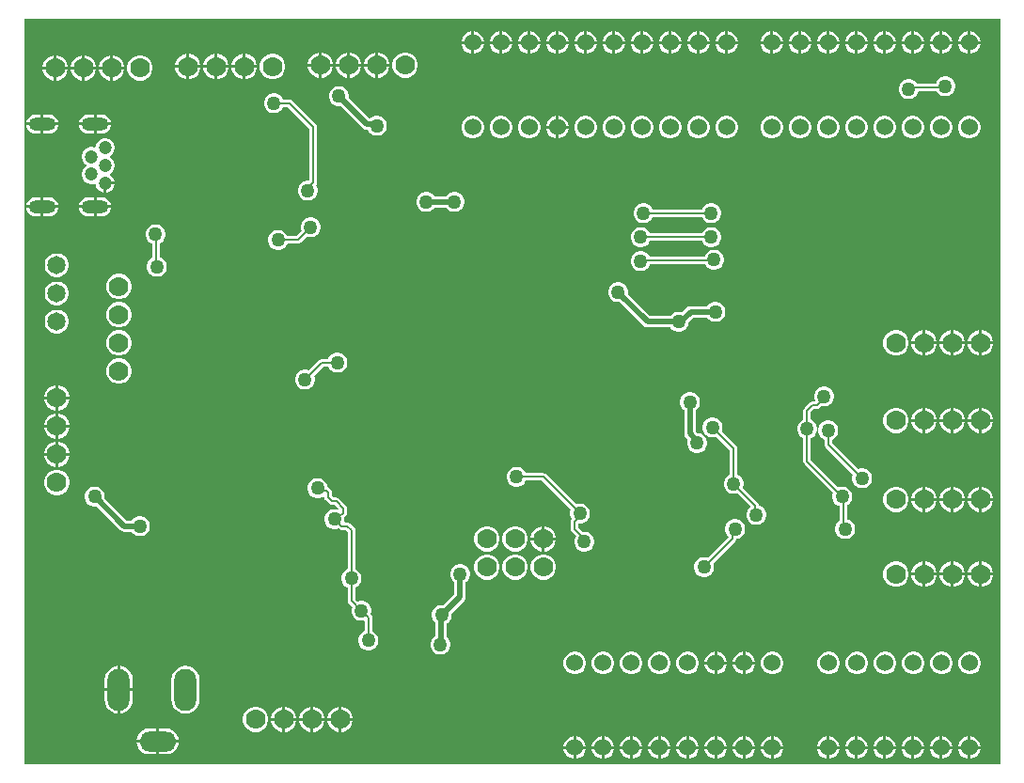
<source format=gbl>
G04*
G04 #@! TF.GenerationSoftware,Altium Limited,Altium Designer,23.1.1 (15)*
G04*
G04 Layer_Physical_Order=2*
G04 Layer_Color=16711680*
%FSLAX44Y44*%
%MOMM*%
G71*
G04*
G04 #@! TF.SameCoordinates,F8FEC074-9B5C-4FA2-A9AA-F0323AAD1731*
G04*
G04*
G04 #@! TF.FilePolarity,Positive*
G04*
G01*
G75*
%ADD10C,0.1524*%
%ADD48C,0.5080*%
%ADD49C,1.7780*%
%ADD50C,1.5240*%
%ADD51O,2.0000X3.8000*%
%ADD52O,3.3000X1.8000*%
%ADD53C,1.6500*%
%ADD54O,2.4000X1.2000*%
%ADD55C,1.2000*%
%ADD56C,1.2700*%
G36*
X883820Y5179D02*
X5179D01*
Y676811D01*
X883820D01*
Y5179D01*
D02*
G37*
%LPC*%
G36*
X857318Y665480D02*
X857250D01*
Y656590D01*
X866140D01*
Y656658D01*
X865448Y659242D01*
X864110Y661558D01*
X862218Y663450D01*
X859902Y664788D01*
X857318Y665480D01*
D02*
G37*
G36*
X854710D02*
X854642D01*
X852058Y664788D01*
X849742Y663450D01*
X847850Y661558D01*
X846512Y659242D01*
X845820Y656658D01*
Y656590D01*
X854710D01*
Y665480D01*
D02*
G37*
G36*
X831918D02*
X831850D01*
Y656590D01*
X840740D01*
Y656658D01*
X840048Y659242D01*
X838710Y661558D01*
X836818Y663450D01*
X834502Y664788D01*
X831918Y665480D01*
D02*
G37*
G36*
X829310D02*
X829242D01*
X826658Y664788D01*
X824342Y663450D01*
X822450Y661558D01*
X821112Y659242D01*
X820420Y656658D01*
Y656590D01*
X829310D01*
Y665480D01*
D02*
G37*
G36*
X806518D02*
X806450D01*
Y656590D01*
X815340D01*
Y656658D01*
X814648Y659242D01*
X813310Y661558D01*
X811418Y663450D01*
X809102Y664788D01*
X806518Y665480D01*
D02*
G37*
G36*
X803910D02*
X803842D01*
X801258Y664788D01*
X798942Y663450D01*
X797050Y661558D01*
X795712Y659242D01*
X795020Y656658D01*
Y656590D01*
X803910D01*
Y665480D01*
D02*
G37*
G36*
X781118D02*
X781050D01*
Y656590D01*
X789940D01*
Y656658D01*
X789248Y659242D01*
X787910Y661558D01*
X786018Y663450D01*
X783702Y664788D01*
X781118Y665480D01*
D02*
G37*
G36*
X778510D02*
X778442D01*
X775858Y664788D01*
X773542Y663450D01*
X771650Y661558D01*
X770312Y659242D01*
X769620Y656658D01*
Y656590D01*
X778510D01*
Y665480D01*
D02*
G37*
G36*
X755718D02*
X755650D01*
Y656590D01*
X764540D01*
Y656658D01*
X763848Y659242D01*
X762510Y661558D01*
X760618Y663450D01*
X758302Y664788D01*
X755718Y665480D01*
D02*
G37*
G36*
X753110D02*
X753042D01*
X750458Y664788D01*
X748142Y663450D01*
X746250Y661558D01*
X744912Y659242D01*
X744220Y656658D01*
Y656590D01*
X753110D01*
Y665480D01*
D02*
G37*
G36*
X730318D02*
X730250D01*
Y656590D01*
X739140D01*
Y656658D01*
X738448Y659242D01*
X737110Y661558D01*
X735218Y663450D01*
X732902Y664788D01*
X730318Y665480D01*
D02*
G37*
G36*
X727710D02*
X727642D01*
X725058Y664788D01*
X722742Y663450D01*
X720850Y661558D01*
X719512Y659242D01*
X718820Y656658D01*
Y656590D01*
X727710D01*
Y665480D01*
D02*
G37*
G36*
X704918D02*
X704850D01*
Y656590D01*
X713740D01*
Y656658D01*
X713048Y659242D01*
X711710Y661558D01*
X709818Y663450D01*
X707502Y664788D01*
X704918Y665480D01*
D02*
G37*
G36*
X702310D02*
X702242D01*
X699658Y664788D01*
X697342Y663450D01*
X695450Y661558D01*
X694112Y659242D01*
X693420Y656658D01*
Y656590D01*
X702310D01*
Y665480D01*
D02*
G37*
G36*
X679518D02*
X679450D01*
Y656590D01*
X688340D01*
Y656658D01*
X687648Y659242D01*
X686310Y661558D01*
X684418Y663450D01*
X682102Y664788D01*
X679518Y665480D01*
D02*
G37*
G36*
X676910D02*
X676842D01*
X674258Y664788D01*
X671942Y663450D01*
X670050Y661558D01*
X668712Y659242D01*
X668020Y656658D01*
Y656590D01*
X676910D01*
Y665480D01*
D02*
G37*
G36*
X638878D02*
X638810D01*
Y656590D01*
X647700D01*
Y656658D01*
X647008Y659242D01*
X645670Y661558D01*
X643778Y663450D01*
X641462Y664788D01*
X638878Y665480D01*
D02*
G37*
G36*
X636270D02*
X636202D01*
X633618Y664788D01*
X631302Y663450D01*
X629410Y661558D01*
X628072Y659242D01*
X627380Y656658D01*
Y656590D01*
X636270D01*
Y665480D01*
D02*
G37*
G36*
X613478D02*
X613410D01*
Y656590D01*
X622300D01*
Y656658D01*
X621608Y659242D01*
X620270Y661558D01*
X618378Y663450D01*
X616062Y664788D01*
X613478Y665480D01*
D02*
G37*
G36*
X610870D02*
X610802D01*
X608218Y664788D01*
X605902Y663450D01*
X604010Y661558D01*
X602672Y659242D01*
X601980Y656658D01*
Y656590D01*
X610870D01*
Y665480D01*
D02*
G37*
G36*
X588078D02*
X588010D01*
Y656590D01*
X596900D01*
Y656658D01*
X596208Y659242D01*
X594870Y661558D01*
X592978Y663450D01*
X590662Y664788D01*
X588078Y665480D01*
D02*
G37*
G36*
X585470D02*
X585402D01*
X582818Y664788D01*
X580502Y663450D01*
X578610Y661558D01*
X577272Y659242D01*
X576580Y656658D01*
Y656590D01*
X585470D01*
Y665480D01*
D02*
G37*
G36*
X562678D02*
X562610D01*
Y656590D01*
X571500D01*
Y656658D01*
X570808Y659242D01*
X569470Y661558D01*
X567578Y663450D01*
X565262Y664788D01*
X562678Y665480D01*
D02*
G37*
G36*
X560070D02*
X560002D01*
X557418Y664788D01*
X555102Y663450D01*
X553210Y661558D01*
X551872Y659242D01*
X551180Y656658D01*
Y656590D01*
X560070D01*
Y665480D01*
D02*
G37*
G36*
X537278D02*
X537210D01*
Y656590D01*
X546100D01*
Y656658D01*
X545408Y659242D01*
X544070Y661558D01*
X542178Y663450D01*
X539862Y664788D01*
X537278Y665480D01*
D02*
G37*
G36*
X534670D02*
X534602D01*
X532018Y664788D01*
X529702Y663450D01*
X527810Y661558D01*
X526472Y659242D01*
X525780Y656658D01*
Y656590D01*
X534670D01*
Y665480D01*
D02*
G37*
G36*
X511878D02*
X511810D01*
Y656590D01*
X520700D01*
Y656658D01*
X520008Y659242D01*
X518670Y661558D01*
X516778Y663450D01*
X514462Y664788D01*
X511878Y665480D01*
D02*
G37*
G36*
X509270D02*
X509202D01*
X506618Y664788D01*
X504302Y663450D01*
X502410Y661558D01*
X501072Y659242D01*
X500380Y656658D01*
Y656590D01*
X509270D01*
Y665480D01*
D02*
G37*
G36*
X486478D02*
X486410D01*
Y656590D01*
X495300D01*
Y656658D01*
X494608Y659242D01*
X493270Y661558D01*
X491378Y663450D01*
X489062Y664788D01*
X486478Y665480D01*
D02*
G37*
G36*
X483870D02*
X483802D01*
X481218Y664788D01*
X478902Y663450D01*
X477010Y661558D01*
X475672Y659242D01*
X474980Y656658D01*
Y656590D01*
X483870D01*
Y665480D01*
D02*
G37*
G36*
X461078D02*
X461010D01*
Y656590D01*
X469900D01*
Y656658D01*
X469208Y659242D01*
X467870Y661558D01*
X465978Y663450D01*
X463662Y664788D01*
X461078Y665480D01*
D02*
G37*
G36*
X458470D02*
X458402D01*
X455818Y664788D01*
X453502Y663450D01*
X451610Y661558D01*
X450272Y659242D01*
X449580Y656658D01*
Y656590D01*
X458470D01*
Y665480D01*
D02*
G37*
G36*
X435678D02*
X435610D01*
Y656590D01*
X444500D01*
Y656658D01*
X443808Y659242D01*
X442470Y661558D01*
X440578Y663450D01*
X438262Y664788D01*
X435678Y665480D01*
D02*
G37*
G36*
X433070D02*
X433002D01*
X430418Y664788D01*
X428102Y663450D01*
X426210Y661558D01*
X424872Y659242D01*
X424180Y656658D01*
Y656590D01*
X433070D01*
Y665480D01*
D02*
G37*
G36*
X410278D02*
X410210D01*
Y656590D01*
X419100D01*
Y656658D01*
X418408Y659242D01*
X417070Y661558D01*
X415178Y663450D01*
X412862Y664788D01*
X410278Y665480D01*
D02*
G37*
G36*
X407670D02*
X407602D01*
X405018Y664788D01*
X402702Y663450D01*
X400810Y661558D01*
X399472Y659242D01*
X398780Y656658D01*
Y656590D01*
X407670D01*
Y665480D01*
D02*
G37*
G36*
X866140Y654050D02*
X857250D01*
Y645160D01*
X857318D01*
X859902Y645852D01*
X862218Y647190D01*
X864110Y649082D01*
X865448Y651398D01*
X866140Y653982D01*
Y654050D01*
D02*
G37*
G36*
X854710D02*
X845820D01*
Y653982D01*
X846512Y651398D01*
X847850Y649082D01*
X849742Y647190D01*
X852058Y645852D01*
X854642Y645160D01*
X854710D01*
Y654050D01*
D02*
G37*
G36*
X840740D02*
X831850D01*
Y645160D01*
X831918D01*
X834502Y645852D01*
X836818Y647190D01*
X838710Y649082D01*
X840048Y651398D01*
X840740Y653982D01*
Y654050D01*
D02*
G37*
G36*
X829310D02*
X820420D01*
Y653982D01*
X821112Y651398D01*
X822450Y649082D01*
X824342Y647190D01*
X826658Y645852D01*
X829242Y645160D01*
X829310D01*
Y654050D01*
D02*
G37*
G36*
X815340D02*
X806450D01*
Y645160D01*
X806518D01*
X809102Y645852D01*
X811418Y647190D01*
X813310Y649082D01*
X814648Y651398D01*
X815340Y653982D01*
Y654050D01*
D02*
G37*
G36*
X803910D02*
X795020D01*
Y653982D01*
X795712Y651398D01*
X797050Y649082D01*
X798942Y647190D01*
X801258Y645852D01*
X803842Y645160D01*
X803910D01*
Y654050D01*
D02*
G37*
G36*
X789940D02*
X781050D01*
Y645160D01*
X781118D01*
X783702Y645852D01*
X786018Y647190D01*
X787910Y649082D01*
X789248Y651398D01*
X789940Y653982D01*
Y654050D01*
D02*
G37*
G36*
X778510D02*
X769620D01*
Y653982D01*
X770312Y651398D01*
X771650Y649082D01*
X773542Y647190D01*
X775858Y645852D01*
X778442Y645160D01*
X778510D01*
Y654050D01*
D02*
G37*
G36*
X764540D02*
X755650D01*
Y645160D01*
X755718D01*
X758302Y645852D01*
X760618Y647190D01*
X762510Y649082D01*
X763848Y651398D01*
X764540Y653982D01*
Y654050D01*
D02*
G37*
G36*
X753110D02*
X744220D01*
Y653982D01*
X744912Y651398D01*
X746250Y649082D01*
X748142Y647190D01*
X750458Y645852D01*
X753042Y645160D01*
X753110D01*
Y654050D01*
D02*
G37*
G36*
X739140D02*
X730250D01*
Y645160D01*
X730318D01*
X732902Y645852D01*
X735218Y647190D01*
X737110Y649082D01*
X738448Y651398D01*
X739140Y653982D01*
Y654050D01*
D02*
G37*
G36*
X727710D02*
X718820D01*
Y653982D01*
X719512Y651398D01*
X720850Y649082D01*
X722742Y647190D01*
X725058Y645852D01*
X727642Y645160D01*
X727710D01*
Y654050D01*
D02*
G37*
G36*
X713740D02*
X704850D01*
Y645160D01*
X704918D01*
X707502Y645852D01*
X709818Y647190D01*
X711710Y649082D01*
X713048Y651398D01*
X713740Y653982D01*
Y654050D01*
D02*
G37*
G36*
X702310D02*
X693420D01*
Y653982D01*
X694112Y651398D01*
X695450Y649082D01*
X697342Y647190D01*
X699658Y645852D01*
X702242Y645160D01*
X702310D01*
Y654050D01*
D02*
G37*
G36*
X688340D02*
X679450D01*
Y645160D01*
X679518D01*
X682102Y645852D01*
X684418Y647190D01*
X686310Y649082D01*
X687648Y651398D01*
X688340Y653982D01*
Y654050D01*
D02*
G37*
G36*
X676910D02*
X668020D01*
Y653982D01*
X668712Y651398D01*
X670050Y649082D01*
X671942Y647190D01*
X674258Y645852D01*
X676842Y645160D01*
X676910D01*
Y654050D01*
D02*
G37*
G36*
X647700D02*
X638810D01*
Y645160D01*
X638878D01*
X641462Y645852D01*
X643778Y647190D01*
X645670Y649082D01*
X647008Y651398D01*
X647700Y653982D01*
Y654050D01*
D02*
G37*
G36*
X636270D02*
X627380D01*
Y653982D01*
X628072Y651398D01*
X629410Y649082D01*
X631302Y647190D01*
X633618Y645852D01*
X636202Y645160D01*
X636270D01*
Y654050D01*
D02*
G37*
G36*
X622300D02*
X613410D01*
Y645160D01*
X613478D01*
X616062Y645852D01*
X618378Y647190D01*
X620270Y649082D01*
X621608Y651398D01*
X622300Y653982D01*
Y654050D01*
D02*
G37*
G36*
X610870D02*
X601980D01*
Y653982D01*
X602672Y651398D01*
X604010Y649082D01*
X605902Y647190D01*
X608218Y645852D01*
X610802Y645160D01*
X610870D01*
Y654050D01*
D02*
G37*
G36*
X596900D02*
X588010D01*
Y645160D01*
X588078D01*
X590662Y645852D01*
X592978Y647190D01*
X594870Y649082D01*
X596208Y651398D01*
X596900Y653982D01*
Y654050D01*
D02*
G37*
G36*
X585470D02*
X576580D01*
Y653982D01*
X577272Y651398D01*
X578610Y649082D01*
X580502Y647190D01*
X582818Y645852D01*
X585402Y645160D01*
X585470D01*
Y654050D01*
D02*
G37*
G36*
X571500D02*
X562610D01*
Y645160D01*
X562678D01*
X565262Y645852D01*
X567578Y647190D01*
X569470Y649082D01*
X570808Y651398D01*
X571500Y653982D01*
Y654050D01*
D02*
G37*
G36*
X560070D02*
X551180D01*
Y653982D01*
X551872Y651398D01*
X553210Y649082D01*
X555102Y647190D01*
X557418Y645852D01*
X560002Y645160D01*
X560070D01*
Y654050D01*
D02*
G37*
G36*
X546100D02*
X537210D01*
Y645160D01*
X537278D01*
X539862Y645852D01*
X542178Y647190D01*
X544070Y649082D01*
X545408Y651398D01*
X546100Y653982D01*
Y654050D01*
D02*
G37*
G36*
X534670D02*
X525780D01*
Y653982D01*
X526472Y651398D01*
X527810Y649082D01*
X529702Y647190D01*
X532018Y645852D01*
X534602Y645160D01*
X534670D01*
Y654050D01*
D02*
G37*
G36*
X520700D02*
X511810D01*
Y645160D01*
X511878D01*
X514462Y645852D01*
X516778Y647190D01*
X518670Y649082D01*
X520008Y651398D01*
X520700Y653982D01*
Y654050D01*
D02*
G37*
G36*
X509270D02*
X500380D01*
Y653982D01*
X501072Y651398D01*
X502410Y649082D01*
X504302Y647190D01*
X506618Y645852D01*
X509202Y645160D01*
X509270D01*
Y654050D01*
D02*
G37*
G36*
X495300D02*
X486410D01*
Y645160D01*
X486478D01*
X489062Y645852D01*
X491378Y647190D01*
X493270Y649082D01*
X494608Y651398D01*
X495300Y653982D01*
Y654050D01*
D02*
G37*
G36*
X483870D02*
X474980D01*
Y653982D01*
X475672Y651398D01*
X477010Y649082D01*
X478902Y647190D01*
X481218Y645852D01*
X483802Y645160D01*
X483870D01*
Y654050D01*
D02*
G37*
G36*
X469900D02*
X461010D01*
Y645160D01*
X461078D01*
X463662Y645852D01*
X465978Y647190D01*
X467870Y649082D01*
X469208Y651398D01*
X469900Y653982D01*
Y654050D01*
D02*
G37*
G36*
X458470D02*
X449580D01*
Y653982D01*
X450272Y651398D01*
X451610Y649082D01*
X453502Y647190D01*
X455818Y645852D01*
X458402Y645160D01*
X458470D01*
Y654050D01*
D02*
G37*
G36*
X444500D02*
X435610D01*
Y645160D01*
X435678D01*
X438262Y645852D01*
X440578Y647190D01*
X442470Y649082D01*
X443808Y651398D01*
X444500Y653982D01*
Y654050D01*
D02*
G37*
G36*
X433070D02*
X424180D01*
Y653982D01*
X424872Y651398D01*
X426210Y649082D01*
X428102Y647190D01*
X430418Y645852D01*
X433002Y645160D01*
X433070D01*
Y654050D01*
D02*
G37*
G36*
X419100D02*
X410210D01*
Y645160D01*
X410278D01*
X412862Y645852D01*
X415178Y647190D01*
X417070Y649082D01*
X418408Y651398D01*
X419100Y653982D01*
Y654050D01*
D02*
G37*
G36*
X407670D02*
X398780D01*
Y653982D01*
X399472Y651398D01*
X400810Y649082D01*
X402702Y647190D01*
X405018Y645852D01*
X407602Y645160D01*
X407670D01*
Y654050D01*
D02*
G37*
G36*
X324085Y646430D02*
X323850D01*
Y636270D01*
X334010D01*
Y636505D01*
X333231Y639412D01*
X331726Y642018D01*
X329598Y644146D01*
X326992Y645651D01*
X324085Y646430D01*
D02*
G37*
G36*
X298685D02*
X298450D01*
Y636270D01*
X308610D01*
Y636505D01*
X307831Y639412D01*
X306326Y642018D01*
X304198Y644146D01*
X301592Y645651D01*
X298685Y646430D01*
D02*
G37*
G36*
X273285D02*
X273050D01*
Y636270D01*
X283210D01*
Y636505D01*
X282431Y639412D01*
X280926Y642018D01*
X278798Y644146D01*
X276192Y645651D01*
X273285Y646430D01*
D02*
G37*
G36*
X295910D02*
X295675D01*
X292768Y645651D01*
X290162Y644146D01*
X288034Y642018D01*
X286529Y639412D01*
X285750Y636505D01*
Y636270D01*
X295910D01*
Y646430D01*
D02*
G37*
G36*
X321310D02*
X321075D01*
X318168Y645651D01*
X315562Y644146D01*
X313434Y642018D01*
X311929Y639412D01*
X311150Y636505D01*
Y636270D01*
X321310D01*
Y646430D01*
D02*
G37*
G36*
X270510D02*
X270275D01*
X267368Y645651D01*
X264762Y644146D01*
X262634Y642018D01*
X261129Y639412D01*
X260350Y636505D01*
Y636270D01*
X270510D01*
Y646430D01*
D02*
G37*
G36*
X153905Y645160D02*
X153670D01*
Y635000D01*
X163830D01*
Y635235D01*
X163051Y638142D01*
X161546Y640748D01*
X159418Y642876D01*
X156812Y644381D01*
X153905Y645160D01*
D02*
G37*
G36*
X204705D02*
X204470D01*
Y635000D01*
X214630D01*
Y635235D01*
X213851Y638142D01*
X212346Y640748D01*
X210218Y642876D01*
X207612Y644381D01*
X204705Y645160D01*
D02*
G37*
G36*
X179305D02*
X179070D01*
Y635000D01*
X189230D01*
Y635235D01*
X188451Y638142D01*
X186946Y640748D01*
X184818Y642876D01*
X182212Y644381D01*
X179305Y645160D01*
D02*
G37*
G36*
X151130D02*
X150895D01*
X147988Y644381D01*
X145382Y642876D01*
X143254Y640748D01*
X141749Y638142D01*
X140970Y635235D01*
Y635000D01*
X151130D01*
Y645160D01*
D02*
G37*
G36*
X176530D02*
X176295D01*
X173388Y644381D01*
X170782Y642876D01*
X168654Y640748D01*
X167149Y638142D01*
X166370Y635235D01*
Y635000D01*
X176530D01*
Y645160D01*
D02*
G37*
G36*
X201930D02*
X201695D01*
X198788Y644381D01*
X196182Y642876D01*
X194054Y640748D01*
X192549Y638142D01*
X191770Y635235D01*
Y635000D01*
X201930D01*
Y645160D01*
D02*
G37*
G36*
X59925Y643890D02*
X59690D01*
Y633730D01*
X69850D01*
Y633965D01*
X69071Y636872D01*
X67566Y639478D01*
X65438Y641606D01*
X62832Y643111D01*
X59925Y643890D01*
D02*
G37*
G36*
X85325D02*
X85090D01*
Y633730D01*
X95250D01*
Y633965D01*
X94471Y636872D01*
X92966Y639478D01*
X90838Y641606D01*
X88232Y643111D01*
X85325Y643890D01*
D02*
G37*
G36*
X34525D02*
X34290D01*
Y633730D01*
X44450D01*
Y633965D01*
X43671Y636872D01*
X42166Y639478D01*
X40038Y641606D01*
X37432Y643111D01*
X34525Y643890D01*
D02*
G37*
G36*
X57150D02*
X56915D01*
X54008Y643111D01*
X51402Y641606D01*
X49274Y639478D01*
X47769Y636872D01*
X46990Y633965D01*
Y633730D01*
X57150D01*
Y643890D01*
D02*
G37*
G36*
X82550D02*
X82315D01*
X79408Y643111D01*
X76802Y641606D01*
X74674Y639478D01*
X73169Y636872D01*
X72390Y633965D01*
Y633730D01*
X82550D01*
Y643890D01*
D02*
G37*
G36*
X31750D02*
X31515D01*
X28608Y643111D01*
X26002Y641606D01*
X23874Y639478D01*
X22369Y636872D01*
X21590Y633965D01*
Y633730D01*
X31750D01*
Y643890D01*
D02*
G37*
G36*
X349485Y646430D02*
X346475D01*
X343568Y645651D01*
X340962Y644146D01*
X338834Y642018D01*
X337329Y639412D01*
X336550Y636505D01*
Y633495D01*
X337329Y630588D01*
X338834Y627982D01*
X340962Y625854D01*
X343568Y624349D01*
X346475Y623570D01*
X349485D01*
X352392Y624349D01*
X354998Y625854D01*
X357126Y627982D01*
X358631Y630588D01*
X359410Y633495D01*
Y636505D01*
X358631Y639412D01*
X357126Y642018D01*
X354998Y644146D01*
X352392Y645651D01*
X349485Y646430D01*
D02*
G37*
G36*
X334010Y633730D02*
X323850D01*
Y623570D01*
X324085D01*
X326992Y624349D01*
X329598Y625854D01*
X331726Y627982D01*
X333231Y630588D01*
X334010Y633495D01*
Y633730D01*
D02*
G37*
G36*
X321310D02*
X311150D01*
Y633495D01*
X311929Y630588D01*
X313434Y627982D01*
X315562Y625854D01*
X318168Y624349D01*
X321075Y623570D01*
X321310D01*
Y633730D01*
D02*
G37*
G36*
X308610D02*
X298450D01*
Y623570D01*
X298685D01*
X301592Y624349D01*
X304198Y625854D01*
X306326Y627982D01*
X307831Y630588D01*
X308610Y633495D01*
Y633730D01*
D02*
G37*
G36*
X295910D02*
X285750D01*
Y633495D01*
X286529Y630588D01*
X288034Y627982D01*
X290162Y625854D01*
X292768Y624349D01*
X295675Y623570D01*
X295910D01*
Y633730D01*
D02*
G37*
G36*
X283210D02*
X273050D01*
Y623570D01*
X273285D01*
X276192Y624349D01*
X278798Y625854D01*
X280926Y627982D01*
X282431Y630588D01*
X283210Y633495D01*
Y633730D01*
D02*
G37*
G36*
X270510D02*
X260350D01*
Y633495D01*
X261129Y630588D01*
X262634Y627982D01*
X264762Y625854D01*
X267368Y624349D01*
X270275Y623570D01*
X270510D01*
Y633730D01*
D02*
G37*
G36*
X230105Y645160D02*
X227095D01*
X224188Y644381D01*
X221582Y642876D01*
X219454Y640748D01*
X217949Y638142D01*
X217170Y635235D01*
Y632225D01*
X217949Y629318D01*
X219454Y626712D01*
X221582Y624584D01*
X224188Y623079D01*
X227095Y622300D01*
X230105D01*
X233012Y623079D01*
X235618Y624584D01*
X237746Y626712D01*
X239251Y629318D01*
X240030Y632225D01*
Y635235D01*
X239251Y638142D01*
X237746Y640748D01*
X235618Y642876D01*
X233012Y644381D01*
X230105Y645160D01*
D02*
G37*
G36*
X214630Y632460D02*
X204470D01*
Y622300D01*
X204705D01*
X207612Y623079D01*
X210218Y624584D01*
X212346Y626712D01*
X213851Y629318D01*
X214630Y632225D01*
Y632460D01*
D02*
G37*
G36*
X201930D02*
X191770D01*
Y632225D01*
X192549Y629318D01*
X194054Y626712D01*
X196182Y624584D01*
X198788Y623079D01*
X201695Y622300D01*
X201930D01*
Y632460D01*
D02*
G37*
G36*
X189230D02*
X179070D01*
Y622300D01*
X179305D01*
X182212Y623079D01*
X184818Y624584D01*
X186946Y626712D01*
X188451Y629318D01*
X189230Y632225D01*
Y632460D01*
D02*
G37*
G36*
X176530D02*
X166370D01*
Y632225D01*
X167149Y629318D01*
X168654Y626712D01*
X170782Y624584D01*
X173388Y623079D01*
X176295Y622300D01*
X176530D01*
Y632460D01*
D02*
G37*
G36*
X163830D02*
X153670D01*
Y622300D01*
X153905D01*
X156812Y623079D01*
X159418Y624584D01*
X161546Y626712D01*
X163051Y629318D01*
X163830Y632225D01*
Y632460D01*
D02*
G37*
G36*
X151130D02*
X140970D01*
Y632225D01*
X141749Y629318D01*
X143254Y626712D01*
X145382Y624584D01*
X147988Y623079D01*
X150895Y622300D01*
X151130D01*
Y632460D01*
D02*
G37*
G36*
X110725Y643890D02*
X107715D01*
X104808Y643111D01*
X102202Y641606D01*
X100074Y639478D01*
X98569Y636872D01*
X97790Y633965D01*
Y630955D01*
X98569Y628048D01*
X100074Y625442D01*
X102202Y623314D01*
X104808Y621809D01*
X107715Y621030D01*
X110725D01*
X113632Y621809D01*
X116238Y623314D01*
X118366Y625442D01*
X119871Y628048D01*
X120650Y630955D01*
Y633965D01*
X119871Y636872D01*
X118366Y639478D01*
X116238Y641606D01*
X113632Y643111D01*
X110725Y643890D01*
D02*
G37*
G36*
X95250Y631190D02*
X85090D01*
Y621030D01*
X85325D01*
X88232Y621809D01*
X90838Y623314D01*
X92966Y625442D01*
X94471Y628048D01*
X95250Y630955D01*
Y631190D01*
D02*
G37*
G36*
X82550D02*
X72390D01*
Y630955D01*
X73169Y628048D01*
X74674Y625442D01*
X76802Y623314D01*
X79408Y621809D01*
X82315Y621030D01*
X82550D01*
Y631190D01*
D02*
G37*
G36*
X69850D02*
X59690D01*
Y621030D01*
X59925D01*
X62832Y621809D01*
X65438Y623314D01*
X67566Y625442D01*
X69071Y628048D01*
X69850Y630955D01*
Y631190D01*
D02*
G37*
G36*
X57150D02*
X46990D01*
Y630955D01*
X47769Y628048D01*
X49274Y625442D01*
X51402Y623314D01*
X54008Y621809D01*
X56915Y621030D01*
X57150D01*
Y631190D01*
D02*
G37*
G36*
X44450D02*
X34290D01*
Y621030D01*
X34525D01*
X37432Y621809D01*
X40038Y623314D01*
X42166Y625442D01*
X43671Y628048D01*
X44450Y630955D01*
Y631190D01*
D02*
G37*
G36*
X31750D02*
X21590D01*
Y630955D01*
X22369Y628048D01*
X23874Y625442D01*
X26002Y623314D01*
X28608Y621809D01*
X31515Y621030D01*
X31750D01*
Y631190D01*
D02*
G37*
G36*
X835560Y624840D02*
X833220D01*
X830959Y624234D01*
X828931Y623064D01*
X827276Y621409D01*
X826106Y619381D01*
X825748Y618047D01*
X808958D01*
X808484Y618869D01*
X806829Y620524D01*
X804801Y621694D01*
X802540Y622300D01*
X800200D01*
X797939Y621694D01*
X795911Y620524D01*
X794256Y618869D01*
X793086Y616841D01*
X792480Y614580D01*
Y612240D01*
X793086Y609979D01*
X794256Y607951D01*
X795911Y606296D01*
X797939Y605126D01*
X800200Y604520D01*
X802540D01*
X804801Y605126D01*
X806829Y606296D01*
X808484Y607951D01*
X809654Y609979D01*
X810012Y611313D01*
X826802D01*
X827276Y610491D01*
X828931Y608836D01*
X830959Y607666D01*
X833220Y607060D01*
X835560D01*
X837821Y607666D01*
X839849Y608836D01*
X841504Y610491D01*
X842674Y612519D01*
X843280Y614780D01*
Y617120D01*
X842674Y619381D01*
X841504Y621409D01*
X839849Y623064D01*
X837821Y624234D01*
X835560Y624840D01*
D02*
G37*
G36*
X74771Y590643D02*
X70041D01*
Y583300D01*
X83218D01*
X83092Y584259D01*
X82231Y586336D01*
X80862Y588120D01*
X79078Y589489D01*
X77001Y590350D01*
X74771Y590643D01*
D02*
G37*
G36*
X27271D02*
X22541D01*
Y583300D01*
X35718D01*
X35592Y584259D01*
X34731Y586336D01*
X33362Y588120D01*
X31578Y589489D01*
X29501Y590350D01*
X27271Y590643D01*
D02*
G37*
G36*
X20001D02*
X15272D01*
X13042Y590350D01*
X10965Y589489D01*
X9181Y588120D01*
X7812Y586336D01*
X6951Y584259D01*
X6825Y583300D01*
X20001D01*
Y590643D01*
D02*
G37*
G36*
X67502D02*
X62772D01*
X60542Y590350D01*
X58465Y589489D01*
X56681Y588120D01*
X55312Y586336D01*
X54451Y584259D01*
X54325Y583300D01*
X67502D01*
Y590643D01*
D02*
G37*
G36*
X486478Y589280D02*
X486410D01*
Y580390D01*
X495300D01*
Y580458D01*
X494608Y583042D01*
X493270Y585358D01*
X491378Y587250D01*
X489062Y588588D01*
X486478Y589280D01*
D02*
G37*
G36*
X483870D02*
X483802D01*
X481218Y588588D01*
X478902Y587250D01*
X477010Y585358D01*
X475672Y583042D01*
X474980Y580458D01*
Y580390D01*
X483870D01*
Y589280D01*
D02*
G37*
G36*
X83218Y580760D02*
X70041D01*
Y573416D01*
X74771D01*
X77001Y573709D01*
X79078Y574570D01*
X80862Y575939D01*
X82231Y577723D01*
X83092Y579800D01*
X83218Y580760D01*
D02*
G37*
G36*
X67502D02*
X54325D01*
X54451Y579800D01*
X55312Y577723D01*
X56681Y575939D01*
X58465Y574570D01*
X60542Y573709D01*
X62772Y573416D01*
X67502D01*
Y580760D01*
D02*
G37*
G36*
X35718D02*
X22541D01*
Y573416D01*
X27271D01*
X29501Y573709D01*
X31578Y574570D01*
X33362Y575939D01*
X34731Y577723D01*
X35592Y579800D01*
X35718Y580760D01*
D02*
G37*
G36*
X20001D02*
X6825D01*
X6951Y579800D01*
X7812Y577723D01*
X9181Y575939D01*
X10965Y574570D01*
X13042Y573709D01*
X15272Y573416D01*
X20001D01*
Y580760D01*
D02*
G37*
G36*
X289460Y615950D02*
X287120D01*
X284859Y615344D01*
X282831Y614174D01*
X281176Y612519D01*
X280006Y610491D01*
X279400Y608230D01*
Y605890D01*
X280006Y603629D01*
X281176Y601601D01*
X282831Y599946D01*
X284859Y598776D01*
X287120Y598170D01*
X289460D01*
X289772Y598253D01*
X309839Y578186D01*
X309839Y578186D01*
X311520Y577063D01*
X313502Y576669D01*
X313502Y576669D01*
X314463D01*
X315466Y574931D01*
X317121Y573276D01*
X319149Y572106D01*
X321410Y571500D01*
X323750D01*
X326011Y572106D01*
X328039Y573276D01*
X329694Y574931D01*
X330864Y576959D01*
X331470Y579220D01*
Y581560D01*
X330864Y583821D01*
X329694Y585849D01*
X328039Y587504D01*
X326011Y588674D01*
X323750Y589280D01*
X321410D01*
X319149Y588674D01*
X317121Y587504D01*
X316838Y587220D01*
X315455D01*
X297097Y605578D01*
X297180Y605890D01*
Y608230D01*
X296574Y610491D01*
X295404Y612519D01*
X293749Y614174D01*
X291721Y615344D01*
X289460Y615950D01*
D02*
G37*
G36*
X857318Y589280D02*
X854642D01*
X852058Y588588D01*
X849742Y587250D01*
X847850Y585358D01*
X846512Y583042D01*
X845820Y580458D01*
Y577782D01*
X846512Y575198D01*
X847850Y572882D01*
X849742Y570990D01*
X852058Y569652D01*
X854642Y568960D01*
X857318D01*
X859902Y569652D01*
X862218Y570990D01*
X864110Y572882D01*
X865448Y575198D01*
X866140Y577782D01*
Y580458D01*
X865448Y583042D01*
X864110Y585358D01*
X862218Y587250D01*
X859902Y588588D01*
X857318Y589280D01*
D02*
G37*
G36*
X831918D02*
X829242D01*
X826658Y588588D01*
X824342Y587250D01*
X822450Y585358D01*
X821112Y583042D01*
X820420Y580458D01*
Y577782D01*
X821112Y575198D01*
X822450Y572882D01*
X824342Y570990D01*
X826658Y569652D01*
X829242Y568960D01*
X831918D01*
X834502Y569652D01*
X836818Y570990D01*
X838710Y572882D01*
X840048Y575198D01*
X840740Y577782D01*
Y580458D01*
X840048Y583042D01*
X838710Y585358D01*
X836818Y587250D01*
X834502Y588588D01*
X831918Y589280D01*
D02*
G37*
G36*
X806518D02*
X803842D01*
X801258Y588588D01*
X798942Y587250D01*
X797050Y585358D01*
X795712Y583042D01*
X795020Y580458D01*
Y577782D01*
X795712Y575198D01*
X797050Y572882D01*
X798942Y570990D01*
X801258Y569652D01*
X803842Y568960D01*
X806518D01*
X809102Y569652D01*
X811418Y570990D01*
X813310Y572882D01*
X814648Y575198D01*
X815340Y577782D01*
Y580458D01*
X814648Y583042D01*
X813310Y585358D01*
X811418Y587250D01*
X809102Y588588D01*
X806518Y589280D01*
D02*
G37*
G36*
X781118D02*
X778442D01*
X775858Y588588D01*
X773542Y587250D01*
X771650Y585358D01*
X770312Y583042D01*
X769620Y580458D01*
Y577782D01*
X770312Y575198D01*
X771650Y572882D01*
X773542Y570990D01*
X775858Y569652D01*
X778442Y568960D01*
X781118D01*
X783702Y569652D01*
X786018Y570990D01*
X787910Y572882D01*
X789248Y575198D01*
X789940Y577782D01*
Y580458D01*
X789248Y583042D01*
X787910Y585358D01*
X786018Y587250D01*
X783702Y588588D01*
X781118Y589280D01*
D02*
G37*
G36*
X755718D02*
X753042D01*
X750458Y588588D01*
X748142Y587250D01*
X746250Y585358D01*
X744912Y583042D01*
X744220Y580458D01*
Y577782D01*
X744912Y575198D01*
X746250Y572882D01*
X748142Y570990D01*
X750458Y569652D01*
X753042Y568960D01*
X755718D01*
X758302Y569652D01*
X760618Y570990D01*
X762510Y572882D01*
X763848Y575198D01*
X764540Y577782D01*
Y580458D01*
X763848Y583042D01*
X762510Y585358D01*
X760618Y587250D01*
X758302Y588588D01*
X755718Y589280D01*
D02*
G37*
G36*
X730318D02*
X727642D01*
X725058Y588588D01*
X722742Y587250D01*
X720850Y585358D01*
X719512Y583042D01*
X718820Y580458D01*
Y577782D01*
X719512Y575198D01*
X720850Y572882D01*
X722742Y570990D01*
X725058Y569652D01*
X727642Y568960D01*
X730318D01*
X732902Y569652D01*
X735218Y570990D01*
X737110Y572882D01*
X738448Y575198D01*
X739140Y577782D01*
Y580458D01*
X738448Y583042D01*
X737110Y585358D01*
X735218Y587250D01*
X732902Y588588D01*
X730318Y589280D01*
D02*
G37*
G36*
X704918D02*
X702242D01*
X699658Y588588D01*
X697342Y587250D01*
X695450Y585358D01*
X694112Y583042D01*
X693420Y580458D01*
Y577782D01*
X694112Y575198D01*
X695450Y572882D01*
X697342Y570990D01*
X699658Y569652D01*
X702242Y568960D01*
X704918D01*
X707502Y569652D01*
X709818Y570990D01*
X711710Y572882D01*
X713048Y575198D01*
X713740Y577782D01*
Y580458D01*
X713048Y583042D01*
X711710Y585358D01*
X709818Y587250D01*
X707502Y588588D01*
X704918Y589280D01*
D02*
G37*
G36*
X679518D02*
X676842D01*
X674258Y588588D01*
X671942Y587250D01*
X670050Y585358D01*
X668712Y583042D01*
X668020Y580458D01*
Y577782D01*
X668712Y575198D01*
X670050Y572882D01*
X671942Y570990D01*
X674258Y569652D01*
X676842Y568960D01*
X679518D01*
X682102Y569652D01*
X684418Y570990D01*
X686310Y572882D01*
X687648Y575198D01*
X688340Y577782D01*
Y580458D01*
X687648Y583042D01*
X686310Y585358D01*
X684418Y587250D01*
X682102Y588588D01*
X679518Y589280D01*
D02*
G37*
G36*
X638878D02*
X636202D01*
X633618Y588588D01*
X631302Y587250D01*
X629410Y585358D01*
X628072Y583042D01*
X627380Y580458D01*
Y577782D01*
X628072Y575198D01*
X629410Y572882D01*
X631302Y570990D01*
X633618Y569652D01*
X636202Y568960D01*
X638878D01*
X641462Y569652D01*
X643778Y570990D01*
X645670Y572882D01*
X647008Y575198D01*
X647700Y577782D01*
Y580458D01*
X647008Y583042D01*
X645670Y585358D01*
X643778Y587250D01*
X641462Y588588D01*
X638878Y589280D01*
D02*
G37*
G36*
X613478D02*
X610802D01*
X608218Y588588D01*
X605902Y587250D01*
X604010Y585358D01*
X602672Y583042D01*
X601980Y580458D01*
Y577782D01*
X602672Y575198D01*
X604010Y572882D01*
X605902Y570990D01*
X608218Y569652D01*
X610802Y568960D01*
X613478D01*
X616062Y569652D01*
X618378Y570990D01*
X620270Y572882D01*
X621608Y575198D01*
X622300Y577782D01*
Y580458D01*
X621608Y583042D01*
X620270Y585358D01*
X618378Y587250D01*
X616062Y588588D01*
X613478Y589280D01*
D02*
G37*
G36*
X588078D02*
X585402D01*
X582818Y588588D01*
X580502Y587250D01*
X578610Y585358D01*
X577272Y583042D01*
X576580Y580458D01*
Y577782D01*
X577272Y575198D01*
X578610Y572882D01*
X580502Y570990D01*
X582818Y569652D01*
X585402Y568960D01*
X588078D01*
X590662Y569652D01*
X592978Y570990D01*
X594870Y572882D01*
X596208Y575198D01*
X596900Y577782D01*
Y580458D01*
X596208Y583042D01*
X594870Y585358D01*
X592978Y587250D01*
X590662Y588588D01*
X588078Y589280D01*
D02*
G37*
G36*
X562678D02*
X560002D01*
X557418Y588588D01*
X555102Y587250D01*
X553210Y585358D01*
X551872Y583042D01*
X551180Y580458D01*
Y577782D01*
X551872Y575198D01*
X553210Y572882D01*
X555102Y570990D01*
X557418Y569652D01*
X560002Y568960D01*
X562678D01*
X565262Y569652D01*
X567578Y570990D01*
X569470Y572882D01*
X570808Y575198D01*
X571500Y577782D01*
Y580458D01*
X570808Y583042D01*
X569470Y585358D01*
X567578Y587250D01*
X565262Y588588D01*
X562678Y589280D01*
D02*
G37*
G36*
X537278D02*
X534602D01*
X532018Y588588D01*
X529702Y587250D01*
X527810Y585358D01*
X526472Y583042D01*
X525780Y580458D01*
Y577782D01*
X526472Y575198D01*
X527810Y572882D01*
X529702Y570990D01*
X532018Y569652D01*
X534602Y568960D01*
X537278D01*
X539862Y569652D01*
X542178Y570990D01*
X544070Y572882D01*
X545408Y575198D01*
X546100Y577782D01*
Y580458D01*
X545408Y583042D01*
X544070Y585358D01*
X542178Y587250D01*
X539862Y588588D01*
X537278Y589280D01*
D02*
G37*
G36*
X511878D02*
X509202D01*
X506618Y588588D01*
X504302Y587250D01*
X502410Y585358D01*
X501072Y583042D01*
X500380Y580458D01*
Y577782D01*
X501072Y575198D01*
X502410Y572882D01*
X504302Y570990D01*
X506618Y569652D01*
X509202Y568960D01*
X511878D01*
X514462Y569652D01*
X516778Y570990D01*
X518670Y572882D01*
X520008Y575198D01*
X520700Y577782D01*
Y580458D01*
X520008Y583042D01*
X518670Y585358D01*
X516778Y587250D01*
X514462Y588588D01*
X511878Y589280D01*
D02*
G37*
G36*
X495300Y577850D02*
X486410D01*
Y568960D01*
X486478D01*
X489062Y569652D01*
X491378Y570990D01*
X493270Y572882D01*
X494608Y575198D01*
X495300Y577782D01*
Y577850D01*
D02*
G37*
G36*
X483870D02*
X474980D01*
Y577782D01*
X475672Y575198D01*
X477010Y572882D01*
X478902Y570990D01*
X481218Y569652D01*
X483802Y568960D01*
X483870D01*
Y577850D01*
D02*
G37*
G36*
X461078Y589280D02*
X458402D01*
X455818Y588588D01*
X453502Y587250D01*
X451610Y585358D01*
X450272Y583042D01*
X449580Y580458D01*
Y577782D01*
X450272Y575198D01*
X451610Y572882D01*
X453502Y570990D01*
X455818Y569652D01*
X458402Y568960D01*
X461078D01*
X463662Y569652D01*
X465978Y570990D01*
X467870Y572882D01*
X469208Y575198D01*
X469900Y577782D01*
Y580458D01*
X469208Y583042D01*
X467870Y585358D01*
X465978Y587250D01*
X463662Y588588D01*
X461078Y589280D01*
D02*
G37*
G36*
X435678D02*
X433002D01*
X430418Y588588D01*
X428102Y587250D01*
X426210Y585358D01*
X424872Y583042D01*
X424180Y580458D01*
Y577782D01*
X424872Y575198D01*
X426210Y572882D01*
X428102Y570990D01*
X430418Y569652D01*
X433002Y568960D01*
X435678D01*
X438262Y569652D01*
X440578Y570990D01*
X442470Y572882D01*
X443808Y575198D01*
X444500Y577782D01*
Y580458D01*
X443808Y583042D01*
X442470Y585358D01*
X440578Y587250D01*
X438262Y588588D01*
X435678Y589280D01*
D02*
G37*
G36*
X410278D02*
X407602D01*
X405018Y588588D01*
X402702Y587250D01*
X400810Y585358D01*
X399472Y583042D01*
X398780Y580458D01*
Y577782D01*
X399472Y575198D01*
X400810Y572882D01*
X402702Y570990D01*
X405018Y569652D01*
X407602Y568960D01*
X410278D01*
X412862Y569652D01*
X415178Y570990D01*
X417070Y572882D01*
X418408Y575198D01*
X419100Y577782D01*
Y580458D01*
X418408Y583042D01*
X417070Y585358D01*
X415178Y587250D01*
X412862Y588588D01*
X410278Y589280D01*
D02*
G37*
G36*
X78913Y569170D02*
X76664D01*
X74492Y568588D01*
X72545Y567464D01*
X70955Y565874D01*
X69830Y563926D01*
X69248Y561754D01*
X67979Y560876D01*
X66876Y561172D01*
X64627D01*
X62455Y560590D01*
X60508Y559465D01*
X58918Y557875D01*
X57793Y555928D01*
X57211Y553756D01*
Y551507D01*
X57793Y549335D01*
X58918Y547388D01*
X60508Y545798D01*
X61257Y545365D01*
Y543899D01*
X60508Y543466D01*
X58918Y541876D01*
X57793Y539929D01*
X57211Y537757D01*
Y535508D01*
X57793Y533336D01*
X58918Y531389D01*
X60508Y529799D01*
X62455Y528674D01*
X64627Y528092D01*
X66876D01*
X67979Y528388D01*
X69248Y527507D01*
X69830Y525335D01*
X70955Y523387D01*
X72545Y521797D01*
X74492Y520673D01*
X76519Y520130D01*
Y528631D01*
X77789D01*
Y529901D01*
X86290D01*
X85746Y531927D01*
X84622Y533875D01*
X83032Y535465D01*
X82283Y535898D01*
Y537364D01*
X83032Y537797D01*
X84622Y539387D01*
X85746Y541334D01*
X86328Y543506D01*
Y545755D01*
X85746Y547927D01*
X84622Y549874D01*
X83032Y551464D01*
X82283Y551897D01*
Y553364D01*
X83032Y553796D01*
X84622Y555386D01*
X85746Y557334D01*
X86328Y559506D01*
Y561754D01*
X85746Y563926D01*
X84622Y565874D01*
X83032Y567464D01*
X81085Y568588D01*
X78913Y569170D01*
D02*
G37*
G36*
X86289Y527361D02*
X79058D01*
Y520130D01*
X81085Y520673D01*
X83032Y521797D01*
X84622Y523387D01*
X85746Y525335D01*
X86289Y527361D01*
D02*
G37*
G36*
X393600Y520700D02*
X391260D01*
X388999Y520094D01*
X386971Y518924D01*
X385316Y517269D01*
X385155Y516990D01*
X374305D01*
X374144Y517269D01*
X372489Y518924D01*
X370461Y520094D01*
X368200Y520700D01*
X365860D01*
X363599Y520094D01*
X361571Y518924D01*
X359916Y517269D01*
X358746Y515241D01*
X358140Y512980D01*
Y510640D01*
X358746Y508379D01*
X359916Y506351D01*
X361571Y504696D01*
X363599Y503526D01*
X365860Y502920D01*
X368200D01*
X370461Y503526D01*
X372489Y504696D01*
X374144Y506351D01*
X374305Y506631D01*
X385155D01*
X385316Y506351D01*
X386971Y504696D01*
X388999Y503526D01*
X391260Y502920D01*
X393600D01*
X395861Y503526D01*
X397889Y504696D01*
X399544Y506351D01*
X400714Y508379D01*
X401320Y510640D01*
Y512980D01*
X400714Y515241D01*
X399544Y517269D01*
X397889Y518924D01*
X395861Y520094D01*
X393600Y520700D01*
D02*
G37*
G36*
X231040Y609600D02*
X228700D01*
X226439Y608994D01*
X224411Y607824D01*
X222756Y606169D01*
X221586Y604141D01*
X220980Y601880D01*
Y599540D01*
X221586Y597279D01*
X222756Y595251D01*
X224411Y593596D01*
X226439Y592426D01*
X228700Y591820D01*
X231040D01*
X233301Y592426D01*
X235329Y593596D01*
X236984Y595251D01*
X238154Y597279D01*
X238172Y597343D01*
X242446D01*
X262063Y577725D01*
Y531277D01*
X261520Y530860D01*
X259180D01*
X256919Y530254D01*
X254891Y529084D01*
X253236Y527429D01*
X252066Y525401D01*
X251460Y523140D01*
Y520800D01*
X252066Y518539D01*
X253236Y516511D01*
X254891Y514856D01*
X256919Y513686D01*
X259180Y513080D01*
X261520D01*
X263781Y513686D01*
X265809Y514856D01*
X267464Y516511D01*
X268634Y518539D01*
X269240Y520800D01*
Y523140D01*
X268634Y525401D01*
X267843Y526771D01*
X268540Y527815D01*
X268797Y529103D01*
Y579120D01*
X268540Y580408D01*
X267811Y581501D01*
X246221Y603091D01*
X245128Y603820D01*
X243840Y604077D01*
X238172D01*
X238154Y604141D01*
X236984Y606169D01*
X235329Y607824D01*
X233301Y608994D01*
X231040Y609600D01*
D02*
G37*
G36*
X27271Y516244D02*
X22541D01*
Y508900D01*
X35718D01*
X35592Y509860D01*
X34731Y511937D01*
X33362Y513721D01*
X31578Y515090D01*
X29501Y515951D01*
X27271Y516244D01*
D02*
G37*
G36*
X74771D02*
X70041D01*
Y508900D01*
X83218D01*
X83092Y509860D01*
X82231Y511937D01*
X80862Y513721D01*
X79078Y515090D01*
X77001Y515951D01*
X74771Y516244D01*
D02*
G37*
G36*
X20001D02*
X15272D01*
X13042Y515951D01*
X10965Y515090D01*
X9181Y513721D01*
X7812Y511937D01*
X6951Y509860D01*
X6825Y508900D01*
X20001D01*
Y516244D01*
D02*
G37*
G36*
X67502D02*
X62772D01*
X60542Y515951D01*
X58465Y515090D01*
X56681Y513721D01*
X55312Y511937D01*
X54451Y509860D01*
X54325Y508900D01*
X67502D01*
Y516244D01*
D02*
G37*
G36*
X624740Y510540D02*
X622400D01*
X620139Y509934D01*
X618111Y508764D01*
X616456Y507109D01*
X615286Y505081D01*
X615269Y505017D01*
X570911D01*
X570894Y505081D01*
X569724Y507109D01*
X568069Y508764D01*
X566041Y509934D01*
X563780Y510540D01*
X561440D01*
X559179Y509934D01*
X557151Y508764D01*
X555496Y507109D01*
X554326Y505081D01*
X553720Y502820D01*
Y500480D01*
X554326Y498219D01*
X555496Y496191D01*
X557151Y494536D01*
X559179Y493366D01*
X561440Y492760D01*
X563780D01*
X566041Y493366D01*
X568069Y494536D01*
X569724Y496191D01*
X570894Y498219D01*
X570911Y498283D01*
X615269D01*
X615286Y498219D01*
X616456Y496191D01*
X618111Y494536D01*
X620139Y493366D01*
X622400Y492760D01*
X624740D01*
X627001Y493366D01*
X629029Y494536D01*
X630684Y496191D01*
X631854Y498219D01*
X632460Y500480D01*
Y502820D01*
X631854Y505081D01*
X630684Y507109D01*
X629029Y508764D01*
X627001Y509934D01*
X624740Y510540D01*
D02*
G37*
G36*
X83218Y506360D02*
X70041D01*
Y499017D01*
X74771D01*
X77001Y499310D01*
X79078Y500171D01*
X80862Y501540D01*
X82231Y503324D01*
X83092Y505401D01*
X83218Y506360D01*
D02*
G37*
G36*
X67502D02*
X54325D01*
X54451Y505401D01*
X55312Y503324D01*
X56681Y501540D01*
X58465Y500171D01*
X60542Y499310D01*
X62772Y499017D01*
X67502D01*
Y506360D01*
D02*
G37*
G36*
X35718D02*
X22541D01*
Y499017D01*
X27271D01*
X29501Y499310D01*
X31578Y500171D01*
X33362Y501540D01*
X34731Y503324D01*
X35592Y505401D01*
X35718Y506360D01*
D02*
G37*
G36*
X20001D02*
X6825D01*
X6951Y505401D01*
X7812Y503324D01*
X9181Y501540D01*
X10965Y500171D01*
X13042Y499310D01*
X15272Y499017D01*
X20001D01*
Y506360D01*
D02*
G37*
G36*
X624740Y488950D02*
X622400D01*
X620139Y488344D01*
X618111Y487174D01*
X616456Y485519D01*
X615286Y483491D01*
X615269Y483427D01*
X568372D01*
X568354Y483491D01*
X567184Y485519D01*
X565529Y487174D01*
X563501Y488344D01*
X561240Y488950D01*
X558900D01*
X556639Y488344D01*
X554611Y487174D01*
X552956Y485519D01*
X551786Y483491D01*
X551180Y481230D01*
Y478890D01*
X551786Y476629D01*
X552956Y474601D01*
X554611Y472946D01*
X556639Y471776D01*
X558900Y471170D01*
X561240D01*
X563501Y471776D01*
X565529Y472946D01*
X567184Y474601D01*
X568354Y476629D01*
X568372Y476693D01*
X615269D01*
X615286Y476629D01*
X616456Y474601D01*
X618111Y472946D01*
X620139Y471776D01*
X622400Y471170D01*
X624740D01*
X627001Y471776D01*
X629029Y472946D01*
X630684Y474601D01*
X631854Y476629D01*
X632460Y478890D01*
Y481230D01*
X631854Y483491D01*
X630684Y485519D01*
X629029Y487174D01*
X627001Y488344D01*
X624740Y488950D01*
D02*
G37*
G36*
X264060Y497840D02*
X261720D01*
X259459Y497234D01*
X257431Y496064D01*
X255776Y494409D01*
X254606Y492381D01*
X254000Y490120D01*
Y487780D01*
X254606Y485519D01*
X254639Y485461D01*
X250065Y480887D01*
X241982D01*
X241964Y480951D01*
X240794Y482979D01*
X239139Y484634D01*
X237111Y485804D01*
X234850Y486410D01*
X232510D01*
X230249Y485804D01*
X228221Y484634D01*
X226566Y482979D01*
X225396Y480951D01*
X224790Y478690D01*
Y476350D01*
X225396Y474089D01*
X226566Y472061D01*
X228221Y470406D01*
X230249Y469236D01*
X232510Y468630D01*
X234850D01*
X237111Y469236D01*
X239139Y470406D01*
X240794Y472061D01*
X241964Y474089D01*
X241982Y474153D01*
X251460D01*
X252748Y474410D01*
X253841Y475139D01*
X259401Y480699D01*
X259459Y480666D01*
X261720Y480060D01*
X264060D01*
X266321Y480666D01*
X268349Y481836D01*
X270004Y483491D01*
X271174Y485519D01*
X271780Y487780D01*
Y490120D01*
X271174Y492381D01*
X270004Y494409D01*
X268349Y496064D01*
X266321Y497234D01*
X264060Y497840D01*
D02*
G37*
G36*
X627280Y468630D02*
X624940D01*
X622679Y468024D01*
X620651Y466854D01*
X618996Y465199D01*
X617826Y463171D01*
X617638Y462472D01*
X568025D01*
X567184Y463929D01*
X565529Y465584D01*
X563501Y466754D01*
X561240Y467360D01*
X558900D01*
X556639Y466754D01*
X554611Y465584D01*
X552956Y463929D01*
X551786Y461901D01*
X551180Y459640D01*
Y457300D01*
X551786Y455039D01*
X552956Y453011D01*
X554611Y451356D01*
X556639Y450186D01*
X558900Y449580D01*
X561240D01*
X563501Y450186D01*
X565529Y451356D01*
X567184Y453011D01*
X568354Y455039D01*
X568542Y455738D01*
X618155D01*
X618996Y454281D01*
X620651Y452626D01*
X622679Y451456D01*
X624940Y450850D01*
X627280D01*
X629541Y451456D01*
X631569Y452626D01*
X633224Y454281D01*
X634394Y456309D01*
X635000Y458570D01*
Y460910D01*
X634394Y463171D01*
X633224Y465199D01*
X631569Y466854D01*
X629541Y468024D01*
X627280Y468630D01*
D02*
G37*
G36*
X124360Y491490D02*
X122020D01*
X119759Y490884D01*
X117731Y489714D01*
X116076Y488059D01*
X114906Y486031D01*
X114300Y483770D01*
Y481430D01*
X114906Y479169D01*
X116076Y477141D01*
X117731Y475486D01*
X119759Y474316D01*
X120458Y474128D01*
Y461345D01*
X119001Y460504D01*
X117346Y458849D01*
X116176Y456821D01*
X115570Y454560D01*
Y452220D01*
X116176Y449959D01*
X117346Y447931D01*
X119001Y446276D01*
X121029Y445106D01*
X123290Y444500D01*
X125630D01*
X127891Y445106D01*
X129919Y446276D01*
X131574Y447931D01*
X132744Y449959D01*
X133350Y452220D01*
Y454560D01*
X132744Y456821D01*
X131574Y458849D01*
X129919Y460504D01*
X127891Y461674D01*
X127192Y461862D01*
Y474645D01*
X128649Y475486D01*
X130304Y477141D01*
X131474Y479169D01*
X132080Y481430D01*
Y483770D01*
X131474Y486031D01*
X130304Y488059D01*
X128649Y489714D01*
X126621Y490884D01*
X124360Y491490D01*
D02*
G37*
G36*
X35710Y465450D02*
X32870D01*
X30125Y464715D01*
X27665Y463294D01*
X25656Y461285D01*
X24235Y458825D01*
X23500Y456081D01*
Y453240D01*
X24235Y450495D01*
X25656Y448035D01*
X27665Y446026D01*
X30125Y444605D01*
X32870Y443870D01*
X35710D01*
X38455Y444605D01*
X40915Y446026D01*
X42924Y448035D01*
X44345Y450495D01*
X45080Y453240D01*
Y456081D01*
X44345Y458825D01*
X42924Y461285D01*
X40915Y463294D01*
X38455Y464715D01*
X35710Y465450D01*
D02*
G37*
G36*
X91675Y447040D02*
X88665D01*
X85758Y446261D01*
X83152Y444756D01*
X81024Y442628D01*
X79519Y440022D01*
X78740Y437115D01*
Y434105D01*
X79519Y431198D01*
X81024Y428592D01*
X83152Y426464D01*
X85758Y424959D01*
X88665Y424180D01*
X91675D01*
X94582Y424959D01*
X97188Y426464D01*
X99316Y428592D01*
X100821Y431198D01*
X101600Y434105D01*
Y437115D01*
X100821Y440022D01*
X99316Y442628D01*
X97188Y444756D01*
X94582Y446261D01*
X91675Y447040D01*
D02*
G37*
G36*
X35710Y440050D02*
X32870D01*
X30125Y439315D01*
X27665Y437894D01*
X25656Y435885D01*
X24235Y433425D01*
X23500Y430681D01*
Y427840D01*
X24235Y425095D01*
X25656Y422635D01*
X27665Y420626D01*
X30125Y419205D01*
X32870Y418470D01*
X35710D01*
X38455Y419205D01*
X40915Y420626D01*
X42924Y422635D01*
X44345Y425095D01*
X45080Y427840D01*
Y430681D01*
X44345Y433425D01*
X42924Y435885D01*
X40915Y437894D01*
X38455Y439315D01*
X35710Y440050D01*
D02*
G37*
G36*
X540920Y439420D02*
X538580D01*
X536319Y438814D01*
X534291Y437644D01*
X532636Y435989D01*
X531466Y433961D01*
X530860Y431700D01*
Y429360D01*
X531466Y427099D01*
X532636Y425071D01*
X534291Y423416D01*
X536319Y422246D01*
X538580Y421640D01*
X540920D01*
X541232Y421723D01*
X562757Y400197D01*
X564438Y399075D01*
X566420Y398680D01*
X587085D01*
X587246Y398401D01*
X588901Y396746D01*
X590929Y395576D01*
X593190Y394970D01*
X595530D01*
X597791Y395576D01*
X599819Y396746D01*
X601474Y398401D01*
X602644Y400429D01*
X603250Y402690D01*
Y403448D01*
X607372Y407570D01*
X620105D01*
X620266Y407291D01*
X621921Y405636D01*
X623949Y404466D01*
X626210Y403860D01*
X628550D01*
X630811Y404466D01*
X632839Y405636D01*
X634494Y407291D01*
X635664Y409319D01*
X636270Y411580D01*
Y413920D01*
X635664Y416181D01*
X634494Y418209D01*
X632839Y419864D01*
X630811Y421034D01*
X628550Y421640D01*
X626210D01*
X623949Y421034D01*
X621921Y419864D01*
X620266Y418209D01*
X620105Y417929D01*
X605227D01*
X603244Y417535D01*
X601564Y416413D01*
X597401Y412249D01*
X595530Y412750D01*
X593190D01*
X590929Y412144D01*
X588901Y410974D01*
X587246Y409319D01*
X587085Y409039D01*
X568565D01*
X548557Y429048D01*
X548640Y429360D01*
Y431700D01*
X548034Y433961D01*
X546864Y435989D01*
X545209Y437644D01*
X543181Y438814D01*
X540920Y439420D01*
D02*
G37*
G36*
X91675Y421640D02*
X88665D01*
X85758Y420861D01*
X83152Y419356D01*
X81024Y417228D01*
X79519Y414622D01*
X78740Y411715D01*
Y408705D01*
X79519Y405798D01*
X81024Y403192D01*
X83152Y401064D01*
X85758Y399559D01*
X88665Y398780D01*
X91675D01*
X94582Y399559D01*
X97188Y401064D01*
X99316Y403192D01*
X100821Y405798D01*
X101600Y408705D01*
Y411715D01*
X100821Y414622D01*
X99316Y417228D01*
X97188Y419356D01*
X94582Y420861D01*
X91675Y421640D01*
D02*
G37*
G36*
X35710Y414650D02*
X32870D01*
X30125Y413915D01*
X27665Y412494D01*
X25656Y410485D01*
X24235Y408025D01*
X23500Y405280D01*
Y402439D01*
X24235Y399695D01*
X25656Y397235D01*
X27665Y395226D01*
X30125Y393805D01*
X32870Y393070D01*
X35710D01*
X38455Y393805D01*
X40915Y395226D01*
X42924Y397235D01*
X44345Y399695D01*
X45080Y402439D01*
Y405280D01*
X44345Y408025D01*
X42924Y410485D01*
X40915Y412494D01*
X38455Y413915D01*
X35710Y414650D01*
D02*
G37*
G36*
X867645Y396240D02*
X867410D01*
Y386080D01*
X877570D01*
Y386315D01*
X876791Y389222D01*
X875286Y391828D01*
X873158Y393956D01*
X870552Y395461D01*
X867645Y396240D01*
D02*
G37*
G36*
X864870D02*
X864635D01*
X861728Y395461D01*
X859122Y393956D01*
X856994Y391828D01*
X855489Y389222D01*
X854710Y386315D01*
Y386080D01*
X864870D01*
Y396240D01*
D02*
G37*
G36*
X842245D02*
X842010D01*
Y386080D01*
X852170D01*
Y386315D01*
X851391Y389222D01*
X849886Y391828D01*
X847758Y393956D01*
X845152Y395461D01*
X842245Y396240D01*
D02*
G37*
G36*
X839470D02*
X839235D01*
X836328Y395461D01*
X833722Y393956D01*
X831594Y391828D01*
X830089Y389222D01*
X829310Y386315D01*
Y386080D01*
X839470D01*
Y396240D01*
D02*
G37*
G36*
X816845D02*
X816610D01*
Y386080D01*
X826770D01*
Y386315D01*
X825991Y389222D01*
X824486Y391828D01*
X822358Y393956D01*
X819752Y395461D01*
X816845Y396240D01*
D02*
G37*
G36*
X814070D02*
X813835D01*
X810928Y395461D01*
X808322Y393956D01*
X806194Y391828D01*
X804689Y389222D01*
X803910Y386315D01*
Y386080D01*
X814070D01*
Y396240D01*
D02*
G37*
G36*
X877570Y383540D02*
X867410D01*
Y373380D01*
X867645D01*
X870552Y374159D01*
X873158Y375664D01*
X875286Y377792D01*
X876791Y380398D01*
X877570Y383305D01*
Y383540D01*
D02*
G37*
G36*
X864870D02*
X854710D01*
Y383305D01*
X855489Y380398D01*
X856994Y377792D01*
X859122Y375664D01*
X861728Y374159D01*
X864635Y373380D01*
X864870D01*
Y383540D01*
D02*
G37*
G36*
X852170D02*
X842010D01*
Y373380D01*
X842245D01*
X845152Y374159D01*
X847758Y375664D01*
X849886Y377792D01*
X851391Y380398D01*
X852170Y383305D01*
Y383540D01*
D02*
G37*
G36*
X839470D02*
X829310D01*
Y383305D01*
X830089Y380398D01*
X831594Y377792D01*
X833722Y375664D01*
X836328Y374159D01*
X839235Y373380D01*
X839470D01*
Y383540D01*
D02*
G37*
G36*
X826770D02*
X816610D01*
Y373380D01*
X816845D01*
X819752Y374159D01*
X822358Y375664D01*
X824486Y377792D01*
X825991Y380398D01*
X826770Y383305D01*
Y383540D01*
D02*
G37*
G36*
X814070D02*
X803910D01*
Y383305D01*
X804689Y380398D01*
X806194Y377792D01*
X808322Y375664D01*
X810928Y374159D01*
X813835Y373380D01*
X814070D01*
Y383540D01*
D02*
G37*
G36*
X791445Y396240D02*
X788435D01*
X785528Y395461D01*
X782922Y393956D01*
X780794Y391828D01*
X779289Y389222D01*
X778510Y386315D01*
Y383305D01*
X779289Y380398D01*
X780794Y377792D01*
X782922Y375664D01*
X785528Y374159D01*
X788435Y373380D01*
X791445D01*
X794352Y374159D01*
X796958Y375664D01*
X799086Y377792D01*
X800591Y380398D01*
X801370Y383305D01*
Y386315D01*
X800591Y389222D01*
X799086Y391828D01*
X796958Y393956D01*
X794352Y395461D01*
X791445Y396240D01*
D02*
G37*
G36*
X91675D02*
X88665D01*
X85758Y395461D01*
X83152Y393956D01*
X81024Y391828D01*
X79519Y389222D01*
X78740Y386315D01*
Y383305D01*
X79519Y380398D01*
X81024Y377792D01*
X83152Y375664D01*
X85758Y374159D01*
X88665Y373380D01*
X91675D01*
X94582Y374159D01*
X97188Y375664D01*
X99316Y377792D01*
X100821Y380398D01*
X101600Y383305D01*
Y386315D01*
X100821Y389222D01*
X99316Y391828D01*
X97188Y393956D01*
X94582Y395461D01*
X91675Y396240D01*
D02*
G37*
G36*
X288190Y375920D02*
X285850D01*
X283589Y375314D01*
X281561Y374144D01*
X279906Y372489D01*
X278736Y370461D01*
X278718Y370397D01*
X273050D01*
X271762Y370140D01*
X270669Y369411D01*
X261299Y360041D01*
X261241Y360074D01*
X258980Y360680D01*
X256640D01*
X254379Y360074D01*
X252351Y358904D01*
X250696Y357249D01*
X249526Y355221D01*
X248920Y352960D01*
Y350620D01*
X249526Y348359D01*
X250696Y346331D01*
X252351Y344676D01*
X254379Y343506D01*
X256640Y342900D01*
X258980D01*
X261241Y343506D01*
X263269Y344676D01*
X264924Y346331D01*
X266094Y348359D01*
X266700Y350620D01*
Y352960D01*
X266094Y355221D01*
X266061Y355279D01*
X274445Y363663D01*
X278718D01*
X278736Y363599D01*
X279906Y361571D01*
X281561Y359916D01*
X283589Y358746D01*
X285850Y358140D01*
X288190D01*
X290451Y358746D01*
X292479Y359916D01*
X294134Y361571D01*
X295304Y363599D01*
X295910Y365860D01*
Y368200D01*
X295304Y370461D01*
X294134Y372489D01*
X292479Y374144D01*
X290451Y375314D01*
X288190Y375920D01*
D02*
G37*
G36*
X91675Y370840D02*
X88665D01*
X85758Y370061D01*
X83152Y368556D01*
X81024Y366428D01*
X79519Y363822D01*
X78740Y360915D01*
Y357905D01*
X79519Y354998D01*
X81024Y352392D01*
X83152Y350264D01*
X85758Y348759D01*
X88665Y347980D01*
X91675D01*
X94582Y348759D01*
X97188Y350264D01*
X99316Y352392D01*
X100821Y354998D01*
X101600Y357905D01*
Y360915D01*
X100821Y363822D01*
X99316Y366428D01*
X97188Y368556D01*
X94582Y370061D01*
X91675Y370840D01*
D02*
G37*
G36*
X35795Y346710D02*
X35560D01*
Y336550D01*
X45720D01*
Y336785D01*
X44941Y339692D01*
X43436Y342298D01*
X41308Y344426D01*
X38702Y345931D01*
X35795Y346710D01*
D02*
G37*
G36*
X33020D02*
X32785D01*
X29878Y345931D01*
X27272Y344426D01*
X25144Y342298D01*
X23639Y339692D01*
X22860Y336785D01*
Y336550D01*
X33020D01*
Y346710D01*
D02*
G37*
G36*
X726340Y345440D02*
X724000D01*
X721739Y344834D01*
X719711Y343664D01*
X718056Y342009D01*
X716886Y339981D01*
X716280Y337720D01*
Y335380D01*
X716886Y333119D01*
X716145Y331862D01*
X714576D01*
X713287Y331606D01*
X712195Y330876D01*
X707549Y326231D01*
X706820Y325138D01*
X706563Y323850D01*
Y315641D01*
X706499Y315624D01*
X704471Y314454D01*
X702816Y312799D01*
X701646Y310771D01*
X701040Y308510D01*
Y306170D01*
X701646Y303909D01*
X702816Y301881D01*
X704471Y300226D01*
X706499Y299056D01*
X706563Y299039D01*
Y278130D01*
X706820Y276842D01*
X707549Y275749D01*
X733429Y249869D01*
X733396Y249811D01*
X732790Y247550D01*
Y245210D01*
X733396Y242949D01*
X734566Y240921D01*
X736221Y239266D01*
X738249Y238096D01*
X739583Y237738D01*
Y224758D01*
X738761Y224284D01*
X737106Y222629D01*
X735936Y220601D01*
X735330Y218340D01*
Y216000D01*
X735936Y213739D01*
X737106Y211711D01*
X738761Y210056D01*
X740789Y208886D01*
X743050Y208280D01*
X745390D01*
X747651Y208886D01*
X749679Y210056D01*
X751334Y211711D01*
X752504Y213739D01*
X753110Y216000D01*
Y218340D01*
X752504Y220601D01*
X751334Y222629D01*
X749679Y224284D01*
X747651Y225454D01*
X746317Y225812D01*
Y238792D01*
X747139Y239266D01*
X748794Y240921D01*
X749964Y242949D01*
X750570Y245210D01*
Y247550D01*
X749964Y249811D01*
X748794Y251839D01*
X747139Y253494D01*
X745111Y254664D01*
X742850Y255270D01*
X740510D01*
X738249Y254664D01*
X738191Y254631D01*
X713297Y279524D01*
Y299039D01*
X713361Y299056D01*
X715389Y300226D01*
X717044Y301881D01*
X718214Y303909D01*
X718820Y306170D01*
Y308510D01*
X718214Y310771D01*
X717044Y312799D01*
X715389Y314454D01*
X713361Y315624D01*
X713297Y315641D01*
Y322455D01*
X715970Y325129D01*
X718663D01*
X719952Y325385D01*
X721044Y326115D01*
X722887Y327958D01*
X724000Y327660D01*
X726340D01*
X728601Y328266D01*
X730629Y329436D01*
X732284Y331091D01*
X733454Y333119D01*
X734060Y335380D01*
Y337720D01*
X733454Y339981D01*
X732284Y342009D01*
X730629Y343664D01*
X728601Y344834D01*
X726340Y345440D01*
D02*
G37*
G36*
X45720Y334010D02*
X35560D01*
Y323850D01*
X35795D01*
X38702Y324629D01*
X41308Y326134D01*
X43436Y328262D01*
X44941Y330868D01*
X45720Y333775D01*
Y334010D01*
D02*
G37*
G36*
X33020D02*
X22860D01*
Y333775D01*
X23639Y330868D01*
X25144Y328262D01*
X27272Y326134D01*
X29878Y324629D01*
X32785Y323850D01*
X33020D01*
Y334010D01*
D02*
G37*
G36*
X867645Y326390D02*
X867410D01*
Y316230D01*
X877570D01*
Y316465D01*
X876791Y319372D01*
X875286Y321978D01*
X873158Y324106D01*
X870552Y325611D01*
X867645Y326390D01*
D02*
G37*
G36*
X864870D02*
X864635D01*
X861728Y325611D01*
X859122Y324106D01*
X856994Y321978D01*
X855489Y319372D01*
X854710Y316465D01*
Y316230D01*
X864870D01*
Y326390D01*
D02*
G37*
G36*
X842245D02*
X842010D01*
Y316230D01*
X852170D01*
Y316465D01*
X851391Y319372D01*
X849886Y321978D01*
X847758Y324106D01*
X845152Y325611D01*
X842245Y326390D01*
D02*
G37*
G36*
X839470D02*
X839235D01*
X836328Y325611D01*
X833722Y324106D01*
X831594Y321978D01*
X830089Y319372D01*
X829310Y316465D01*
Y316230D01*
X839470D01*
Y326390D01*
D02*
G37*
G36*
X816845D02*
X816610D01*
Y316230D01*
X826770D01*
Y316465D01*
X825991Y319372D01*
X824486Y321978D01*
X822358Y324106D01*
X819752Y325611D01*
X816845Y326390D01*
D02*
G37*
G36*
X814070D02*
X813835D01*
X810928Y325611D01*
X808322Y324106D01*
X806194Y321978D01*
X804689Y319372D01*
X803910Y316465D01*
Y316230D01*
X814070D01*
Y326390D01*
D02*
G37*
G36*
X35795Y321310D02*
X35560D01*
Y311150D01*
X45720D01*
Y311385D01*
X44941Y314292D01*
X43436Y316898D01*
X41308Y319026D01*
X38702Y320531D01*
X35795Y321310D01*
D02*
G37*
G36*
X33020D02*
X32785D01*
X29878Y320531D01*
X27272Y319026D01*
X25144Y316898D01*
X23639Y314292D01*
X22860Y311385D01*
Y311150D01*
X33020D01*
Y321310D01*
D02*
G37*
G36*
X877570Y313690D02*
X867410D01*
Y303530D01*
X867645D01*
X870552Y304309D01*
X873158Y305814D01*
X875286Y307942D01*
X876791Y310548D01*
X877570Y313455D01*
Y313690D01*
D02*
G37*
G36*
X864870D02*
X854710D01*
Y313455D01*
X855489Y310548D01*
X856994Y307942D01*
X859122Y305814D01*
X861728Y304309D01*
X864635Y303530D01*
X864870D01*
Y313690D01*
D02*
G37*
G36*
X852170D02*
X842010D01*
Y303530D01*
X842245D01*
X845152Y304309D01*
X847758Y305814D01*
X849886Y307942D01*
X851391Y310548D01*
X852170Y313455D01*
Y313690D01*
D02*
G37*
G36*
X839470D02*
X829310D01*
Y313455D01*
X830089Y310548D01*
X831594Y307942D01*
X833722Y305814D01*
X836328Y304309D01*
X839235Y303530D01*
X839470D01*
Y313690D01*
D02*
G37*
G36*
X826770D02*
X816610D01*
Y303530D01*
X816845D01*
X819752Y304309D01*
X822358Y305814D01*
X824486Y307942D01*
X825991Y310548D01*
X826770Y313455D01*
Y313690D01*
D02*
G37*
G36*
X814070D02*
X803910D01*
Y313455D01*
X804689Y310548D01*
X806194Y307942D01*
X808322Y305814D01*
X810928Y304309D01*
X813835Y303530D01*
X814070D01*
Y313690D01*
D02*
G37*
G36*
X791445Y326390D02*
X788435D01*
X785528Y325611D01*
X782922Y324106D01*
X780794Y321978D01*
X779289Y319372D01*
X778510Y316465D01*
Y313455D01*
X779289Y310548D01*
X780794Y307942D01*
X782922Y305814D01*
X785528Y304309D01*
X788435Y303530D01*
X791445D01*
X794352Y304309D01*
X796958Y305814D01*
X799086Y307942D01*
X800591Y310548D01*
X801370Y313455D01*
Y316465D01*
X800591Y319372D01*
X799086Y321978D01*
X796958Y324106D01*
X794352Y325611D01*
X791445Y326390D01*
D02*
G37*
G36*
X45720Y308610D02*
X35560D01*
Y298450D01*
X35795D01*
X38702Y299229D01*
X41308Y300734D01*
X43436Y302862D01*
X44941Y305468D01*
X45720Y308375D01*
Y308610D01*
D02*
G37*
G36*
X33020D02*
X22860D01*
Y308375D01*
X23639Y305468D01*
X25144Y302862D01*
X27272Y300734D01*
X29878Y299229D01*
X32785Y298450D01*
X33020D01*
Y308610D01*
D02*
G37*
G36*
X35795Y295910D02*
X35560D01*
Y285750D01*
X45720D01*
Y285985D01*
X44941Y288892D01*
X43436Y291498D01*
X41308Y293626D01*
X38702Y295131D01*
X35795Y295910D01*
D02*
G37*
G36*
X605690Y340360D02*
X603350D01*
X601089Y339754D01*
X599061Y338584D01*
X597406Y336929D01*
X596236Y334901D01*
X595630Y332640D01*
Y330300D01*
X596236Y328039D01*
X597406Y326011D01*
X599061Y324356D01*
X599341Y324195D01*
Y303052D01*
X599735Y301070D01*
X600858Y299389D01*
X602499Y297748D01*
X601980Y295810D01*
Y293470D01*
X602586Y291209D01*
X603756Y289181D01*
X605411Y287526D01*
X607439Y286356D01*
X609700Y285750D01*
X612040D01*
X614301Y286356D01*
X616329Y287526D01*
X617984Y289181D01*
X619154Y291209D01*
X619760Y293470D01*
Y295810D01*
X619154Y298071D01*
X617984Y300099D01*
X616329Y301754D01*
X614301Y302924D01*
X612040Y303530D01*
X611367D01*
X609700Y305197D01*
Y324195D01*
X609979Y324356D01*
X611634Y326011D01*
X612804Y328039D01*
X613410Y330300D01*
Y332640D01*
X612804Y334901D01*
X611634Y336929D01*
X609979Y338584D01*
X607951Y339754D01*
X605690Y340360D01*
D02*
G37*
G36*
X33020Y295910D02*
X32785D01*
X29878Y295131D01*
X27272Y293626D01*
X25144Y291498D01*
X23639Y288892D01*
X22860Y285985D01*
Y285750D01*
X33020D01*
Y295910D01*
D02*
G37*
G36*
X45720Y283210D02*
X35560D01*
Y273050D01*
X35795D01*
X38702Y273829D01*
X41308Y275334D01*
X43436Y277462D01*
X44941Y280068D01*
X45720Y282975D01*
Y283210D01*
D02*
G37*
G36*
X33020D02*
X22860D01*
Y282975D01*
X23639Y280068D01*
X25144Y277462D01*
X27272Y275334D01*
X29878Y273829D01*
X32785Y273050D01*
X33020D01*
Y283210D01*
D02*
G37*
G36*
X730150Y314960D02*
X727810D01*
X725549Y314354D01*
X723521Y313184D01*
X721866Y311529D01*
X720696Y309501D01*
X720090Y307240D01*
Y304900D01*
X720696Y302639D01*
X721866Y300611D01*
X723521Y298956D01*
X725549Y297786D01*
X725613Y297768D01*
Y293370D01*
X725870Y292082D01*
X726599Y290989D01*
X751209Y266379D01*
X751176Y266321D01*
X750570Y264060D01*
Y261720D01*
X751176Y259459D01*
X752346Y257431D01*
X754001Y255776D01*
X756029Y254606D01*
X758290Y254000D01*
X760630D01*
X762891Y254606D01*
X764919Y255776D01*
X766574Y257431D01*
X767744Y259459D01*
X768350Y261720D01*
Y264060D01*
X767744Y266321D01*
X766574Y268349D01*
X764919Y270004D01*
X762891Y271174D01*
X760630Y271780D01*
X758290D01*
X756029Y271174D01*
X755971Y271141D01*
X732347Y294764D01*
Y297768D01*
X732411Y297786D01*
X734439Y298956D01*
X736094Y300611D01*
X737264Y302639D01*
X737870Y304900D01*
Y307240D01*
X737264Y309501D01*
X736094Y311529D01*
X734439Y313184D01*
X732411Y314354D01*
X730150Y314960D01*
D02*
G37*
G36*
X35795Y270510D02*
X32785D01*
X29878Y269731D01*
X27272Y268226D01*
X25144Y266098D01*
X23639Y263492D01*
X22860Y260585D01*
Y257575D01*
X23639Y254668D01*
X25144Y252062D01*
X27272Y249934D01*
X29878Y248429D01*
X32785Y247650D01*
X35795D01*
X38702Y248429D01*
X41308Y249934D01*
X43436Y252062D01*
X44941Y254668D01*
X45720Y257575D01*
Y260585D01*
X44941Y263492D01*
X43436Y266098D01*
X41308Y268226D01*
X38702Y269731D01*
X35795Y270510D01*
D02*
G37*
G36*
X867645Y255270D02*
X867410D01*
Y245110D01*
X877570D01*
Y245345D01*
X876791Y248252D01*
X875286Y250858D01*
X873158Y252986D01*
X870552Y254491D01*
X867645Y255270D01*
D02*
G37*
G36*
X864870D02*
X864635D01*
X861728Y254491D01*
X859122Y252986D01*
X856994Y250858D01*
X855489Y248252D01*
X854710Y245345D01*
Y245110D01*
X864870D01*
Y255270D01*
D02*
G37*
G36*
X842245D02*
X842010D01*
Y245110D01*
X852170D01*
Y245345D01*
X851391Y248252D01*
X849886Y250858D01*
X847758Y252986D01*
X845152Y254491D01*
X842245Y255270D01*
D02*
G37*
G36*
X839470D02*
X839235D01*
X836328Y254491D01*
X833722Y252986D01*
X831594Y250858D01*
X830089Y248252D01*
X829310Y245345D01*
Y245110D01*
X839470D01*
Y255270D01*
D02*
G37*
G36*
X816845D02*
X816610D01*
Y245110D01*
X826770D01*
Y245345D01*
X825991Y248252D01*
X824486Y250858D01*
X822358Y252986D01*
X819752Y254491D01*
X816845Y255270D01*
D02*
G37*
G36*
X814070D02*
X813835D01*
X810928Y254491D01*
X808322Y252986D01*
X806194Y250858D01*
X804689Y248252D01*
X803910Y245345D01*
Y245110D01*
X814070D01*
Y255270D01*
D02*
G37*
G36*
X270410Y262890D02*
X268070D01*
X265809Y262284D01*
X263781Y261114D01*
X262126Y259459D01*
X260956Y257431D01*
X260350Y255170D01*
Y252830D01*
X260956Y250569D01*
X262126Y248541D01*
X263781Y246886D01*
X265809Y245716D01*
X268070Y245110D01*
X270410D01*
X272671Y245716D01*
X274195Y246595D01*
X275465Y245957D01*
Y245679D01*
X275721Y244390D01*
X276451Y243298D01*
X280094Y239655D01*
X281186Y238925D01*
X282475Y238669D01*
X284689D01*
X287621Y235737D01*
X286964Y234598D01*
X285650Y234950D01*
X283310D01*
X281049Y234344D01*
X279021Y233174D01*
X277366Y231519D01*
X276196Y229491D01*
X275590Y227230D01*
Y224890D01*
X276196Y222629D01*
X277366Y220601D01*
X279021Y218946D01*
X281049Y217776D01*
X283310Y217170D01*
X285650D01*
X287911Y217776D01*
X287969Y217809D01*
X288249Y217530D01*
X289341Y216800D01*
X290629Y216544D01*
X294315D01*
X296353Y214506D01*
Y181021D01*
X296289Y181004D01*
X294261Y179834D01*
X292606Y178179D01*
X291436Y176151D01*
X290830Y173890D01*
Y171550D01*
X291436Y169289D01*
X292606Y167261D01*
X294261Y165606D01*
X296289Y164436D01*
X296353Y164419D01*
Y152400D01*
X296610Y151112D01*
X297339Y150019D01*
X300359Y146999D01*
X300326Y146941D01*
X299720Y144680D01*
Y142340D01*
X300326Y140079D01*
X301496Y138051D01*
X303151Y136396D01*
X305179Y135226D01*
X307440Y134620D01*
X309780D01*
X310586Y134836D01*
X311593Y134063D01*
Y125141D01*
X311529Y125124D01*
X309501Y123954D01*
X307846Y122299D01*
X306676Y120271D01*
X306070Y118010D01*
Y115670D01*
X306676Y113409D01*
X307846Y111381D01*
X309501Y109726D01*
X311529Y108556D01*
X313790Y107950D01*
X316130D01*
X318391Y108556D01*
X320419Y109726D01*
X322074Y111381D01*
X323244Y113409D01*
X323850Y115670D01*
Y118010D01*
X323244Y120271D01*
X322074Y122299D01*
X320419Y123954D01*
X318391Y125124D01*
X318327Y125141D01*
Y137160D01*
X318070Y138448D01*
X317341Y139541D01*
X316861Y140021D01*
X316894Y140079D01*
X317500Y142340D01*
Y144680D01*
X316894Y146941D01*
X315724Y148969D01*
X314069Y150624D01*
X312041Y151794D01*
X309780Y152400D01*
X307440D01*
X305179Y151794D01*
X305121Y151761D01*
X303087Y153794D01*
Y164419D01*
X303151Y164436D01*
X305179Y165606D01*
X306834Y167261D01*
X308004Y169289D01*
X308610Y171550D01*
Y173890D01*
X308004Y176151D01*
X306834Y178179D01*
X305179Y179834D01*
X303151Y181004D01*
X303087Y181021D01*
Y215900D01*
X302830Y217188D01*
X302101Y218281D01*
X298090Y222291D01*
X296998Y223021D01*
X295709Y223277D01*
X293981D01*
X293208Y224285D01*
X293370Y224890D01*
Y227230D01*
X293157Y228026D01*
X294481Y229350D01*
X295210Y230443D01*
X295467Y231731D01*
X295467Y231731D01*
Y236019D01*
X295210Y237308D01*
X294481Y238400D01*
X288464Y244416D01*
X287372Y245146D01*
X286084Y245402D01*
X283869D01*
X282198Y247073D01*
Y250108D01*
X281942Y251397D01*
X281212Y252489D01*
X279459Y254242D01*
X278367Y254972D01*
X278130Y255019D01*
Y255170D01*
X277524Y257431D01*
X276354Y259459D01*
X274699Y261114D01*
X272671Y262284D01*
X270410Y262890D01*
D02*
G37*
G36*
X877570Y242570D02*
X867410D01*
Y232410D01*
X867645D01*
X870552Y233189D01*
X873158Y234694D01*
X875286Y236822D01*
X876791Y239428D01*
X877570Y242335D01*
Y242570D01*
D02*
G37*
G36*
X864870D02*
X854710D01*
Y242335D01*
X855489Y239428D01*
X856994Y236822D01*
X859122Y234694D01*
X861728Y233189D01*
X864635Y232410D01*
X864870D01*
Y242570D01*
D02*
G37*
G36*
X852170D02*
X842010D01*
Y232410D01*
X842245D01*
X845152Y233189D01*
X847758Y234694D01*
X849886Y236822D01*
X851391Y239428D01*
X852170Y242335D01*
Y242570D01*
D02*
G37*
G36*
X839470D02*
X829310D01*
Y242335D01*
X830089Y239428D01*
X831594Y236822D01*
X833722Y234694D01*
X836328Y233189D01*
X839235Y232410D01*
X839470D01*
Y242570D01*
D02*
G37*
G36*
X826770D02*
X816610D01*
Y232410D01*
X816845D01*
X819752Y233189D01*
X822358Y234694D01*
X824486Y236822D01*
X825991Y239428D01*
X826770Y242335D01*
Y242570D01*
D02*
G37*
G36*
X814070D02*
X803910D01*
Y242335D01*
X804689Y239428D01*
X806194Y236822D01*
X808322Y234694D01*
X810928Y233189D01*
X813835Y232410D01*
X814070D01*
Y242570D01*
D02*
G37*
G36*
X791445Y255270D02*
X788435D01*
X785528Y254491D01*
X782922Y252986D01*
X780794Y250858D01*
X779289Y248252D01*
X778510Y245345D01*
Y242335D01*
X779289Y239428D01*
X780794Y236822D01*
X782922Y234694D01*
X785528Y233189D01*
X788435Y232410D01*
X791445D01*
X794352Y233189D01*
X796958Y234694D01*
X799086Y236822D01*
X800591Y239428D01*
X801370Y242335D01*
Y245345D01*
X800591Y248252D01*
X799086Y250858D01*
X796958Y252986D01*
X794352Y254491D01*
X791445Y255270D01*
D02*
G37*
G36*
X626010Y317500D02*
X623670D01*
X621409Y316894D01*
X619381Y315724D01*
X617726Y314069D01*
X616556Y312041D01*
X615950Y309780D01*
Y307440D01*
X616556Y305179D01*
X617726Y303151D01*
X619381Y301496D01*
X621409Y300326D01*
X623670Y299720D01*
X626010D01*
X628271Y300326D01*
X628329Y300359D01*
X640523Y288165D01*
Y266112D01*
X640459Y266094D01*
X638431Y264924D01*
X636776Y263269D01*
X635606Y261241D01*
X635000Y258980D01*
Y256640D01*
X635606Y254379D01*
X636776Y252351D01*
X638431Y250696D01*
X640459Y249526D01*
X642720Y248920D01*
X645060D01*
X647321Y249526D01*
X647379Y249559D01*
X658891Y238047D01*
X658751Y236984D01*
X657096Y235329D01*
X655926Y233301D01*
X655320Y231040D01*
Y228700D01*
X655926Y226439D01*
X657096Y224411D01*
X658751Y222756D01*
X660779Y221586D01*
X663040Y220980D01*
X665380D01*
X667641Y221586D01*
X669669Y222756D01*
X671324Y224411D01*
X672494Y226439D01*
X673100Y228700D01*
Y231040D01*
X672494Y233301D01*
X671324Y235329D01*
X669669Y236984D01*
X667641Y238154D01*
X666561Y238444D01*
Y238506D01*
X666304Y239794D01*
X665575Y240887D01*
X652141Y254321D01*
X652174Y254379D01*
X652780Y256640D01*
Y258980D01*
X652174Y261241D01*
X651004Y263269D01*
X649349Y264924D01*
X647321Y266094D01*
X647257Y266112D01*
Y289560D01*
X647000Y290848D01*
X646271Y291941D01*
X633091Y305121D01*
X633124Y305179D01*
X633730Y307440D01*
Y309780D01*
X633124Y312041D01*
X631954Y314069D01*
X630299Y315724D01*
X628271Y316894D01*
X626010Y317500D01*
D02*
G37*
G36*
X69750Y255270D02*
X67410D01*
X65149Y254664D01*
X63121Y253494D01*
X61466Y251839D01*
X60296Y249811D01*
X59690Y247550D01*
Y245210D01*
X60296Y242949D01*
X61466Y240921D01*
X63121Y239266D01*
X65149Y238096D01*
X67410Y237490D01*
X69750D01*
X70062Y237573D01*
X91587Y216047D01*
X93268Y214925D01*
X95250Y214531D01*
X101945D01*
X102106Y214251D01*
X103761Y212596D01*
X105789Y211426D01*
X108050Y210820D01*
X110390D01*
X112651Y211426D01*
X114679Y212596D01*
X116334Y214251D01*
X117504Y216279D01*
X118110Y218540D01*
Y220880D01*
X117504Y223141D01*
X116334Y225169D01*
X114679Y226824D01*
X112651Y227994D01*
X110390Y228600D01*
X108050D01*
X105789Y227994D01*
X103761Y226824D01*
X102106Y225169D01*
X101945Y224890D01*
X97395D01*
X77387Y244898D01*
X77470Y245210D01*
Y247550D01*
X76864Y249811D01*
X75694Y251839D01*
X74039Y253494D01*
X72011Y254664D01*
X69750Y255270D01*
D02*
G37*
G36*
X473945Y219710D02*
X473710D01*
Y209550D01*
X483870D01*
Y209785D01*
X483091Y212692D01*
X481586Y215298D01*
X479458Y217426D01*
X476852Y218931D01*
X473945Y219710D01*
D02*
G37*
G36*
X471170D02*
X470935D01*
X468028Y218931D01*
X465422Y217426D01*
X463294Y215298D01*
X461789Y212692D01*
X461010Y209785D01*
Y209550D01*
X471170D01*
Y219710D01*
D02*
G37*
G36*
X449480Y273050D02*
X447140D01*
X444879Y272444D01*
X442851Y271274D01*
X441196Y269619D01*
X440026Y267591D01*
X439420Y265330D01*
Y262990D01*
X440026Y260729D01*
X441196Y258701D01*
X442851Y257046D01*
X444879Y255876D01*
X447140Y255270D01*
X449480D01*
X451741Y255876D01*
X453769Y257046D01*
X455424Y258701D01*
X456594Y260729D01*
X456612Y260793D01*
X471045D01*
X497209Y234629D01*
X497176Y234571D01*
X496570Y232310D01*
Y229970D01*
X497176Y227709D01*
X497967Y226339D01*
X497270Y225295D01*
X497013Y224007D01*
Y217020D01*
X497270Y215732D01*
X497999Y214640D01*
X501894Y210745D01*
X500986Y209171D01*
X500380Y206910D01*
Y204570D01*
X500986Y202309D01*
X502156Y200281D01*
X503811Y198626D01*
X505839Y197456D01*
X508100Y196850D01*
X510440D01*
X512701Y197456D01*
X514729Y198626D01*
X516384Y200281D01*
X517554Y202309D01*
X518160Y204570D01*
Y206910D01*
X517554Y209171D01*
X516384Y211199D01*
X514729Y212854D01*
X512701Y214024D01*
X510440Y214630D01*
X508100D01*
X507652Y214510D01*
X503747Y218415D01*
Y221833D01*
X504290Y222250D01*
X506630D01*
X508891Y222856D01*
X510919Y224026D01*
X512574Y225681D01*
X513744Y227709D01*
X514350Y229970D01*
Y232310D01*
X513744Y234571D01*
X512574Y236599D01*
X510919Y238254D01*
X508891Y239424D01*
X506630Y240030D01*
X504290D01*
X502029Y239424D01*
X501971Y239391D01*
X474821Y266541D01*
X473728Y267270D01*
X472440Y267527D01*
X456612D01*
X456594Y267591D01*
X455424Y269619D01*
X453769Y271274D01*
X451741Y272444D01*
X449480Y273050D01*
D02*
G37*
G36*
X483870Y207010D02*
X473710D01*
Y196850D01*
X473945D01*
X476852Y197629D01*
X479458Y199134D01*
X481586Y201262D01*
X483091Y203868D01*
X483870Y206775D01*
Y207010D01*
D02*
G37*
G36*
X471170D02*
X461010D01*
Y206775D01*
X461789Y203868D01*
X463294Y201262D01*
X465422Y199134D01*
X468028Y197629D01*
X470935Y196850D01*
X471170D01*
Y207010D01*
D02*
G37*
G36*
X448545Y219710D02*
X445535D01*
X442628Y218931D01*
X440022Y217426D01*
X437894Y215298D01*
X436389Y212692D01*
X435610Y209785D01*
Y206775D01*
X436389Y203868D01*
X437894Y201262D01*
X440022Y199134D01*
X442628Y197629D01*
X445535Y196850D01*
X448545D01*
X451452Y197629D01*
X454058Y199134D01*
X456186Y201262D01*
X457691Y203868D01*
X458470Y206775D01*
Y209785D01*
X457691Y212692D01*
X456186Y215298D01*
X454058Y217426D01*
X451452Y218931D01*
X448545Y219710D01*
D02*
G37*
G36*
X423145D02*
X420135D01*
X417228Y218931D01*
X414622Y217426D01*
X412494Y215298D01*
X410989Y212692D01*
X410210Y209785D01*
Y206775D01*
X410989Y203868D01*
X412494Y201262D01*
X414622Y199134D01*
X417228Y197629D01*
X420135Y196850D01*
X423145D01*
X426052Y197629D01*
X428658Y199134D01*
X430786Y201262D01*
X432291Y203868D01*
X433070Y206775D01*
Y209785D01*
X432291Y212692D01*
X430786Y215298D01*
X428658Y217426D01*
X426052Y218931D01*
X423145Y219710D01*
D02*
G37*
G36*
X646330Y226060D02*
X643990D01*
X641729Y225454D01*
X639701Y224284D01*
X638046Y222629D01*
X636876Y220601D01*
X636270Y218340D01*
Y216000D01*
X636876Y213739D01*
X638046Y211711D01*
X639655Y210103D01*
Y210076D01*
X620709Y191131D01*
X620651Y191164D01*
X618390Y191770D01*
X616050D01*
X613789Y191164D01*
X611761Y189994D01*
X610106Y188339D01*
X608936Y186311D01*
X608330Y184050D01*
Y181710D01*
X608936Y179449D01*
X610106Y177421D01*
X611761Y175766D01*
X613789Y174596D01*
X616050Y173990D01*
X618390D01*
X620651Y174596D01*
X622679Y175766D01*
X624334Y177421D01*
X625504Y179449D01*
X626110Y181710D01*
Y184050D01*
X625504Y186311D01*
X625471Y186369D01*
X645402Y206301D01*
X646132Y207393D01*
X646308Y208280D01*
X646330D01*
X648591Y208886D01*
X650619Y210056D01*
X652274Y211711D01*
X653444Y213739D01*
X654050Y216000D01*
Y218340D01*
X653444Y220601D01*
X652274Y222629D01*
X650619Y224284D01*
X648591Y225454D01*
X646330Y226060D01*
D02*
G37*
G36*
X867645Y187960D02*
X867410D01*
Y177800D01*
X877570D01*
Y178035D01*
X876791Y180942D01*
X875286Y183548D01*
X873158Y185676D01*
X870552Y187181D01*
X867645Y187960D01*
D02*
G37*
G36*
X864870D02*
X864635D01*
X861728Y187181D01*
X859122Y185676D01*
X856994Y183548D01*
X855489Y180942D01*
X854710Y178035D01*
Y177800D01*
X864870D01*
Y187960D01*
D02*
G37*
G36*
X842245D02*
X842010D01*
Y177800D01*
X852170D01*
Y178035D01*
X851391Y180942D01*
X849886Y183548D01*
X847758Y185676D01*
X845152Y187181D01*
X842245Y187960D01*
D02*
G37*
G36*
X839470D02*
X839235D01*
X836328Y187181D01*
X833722Y185676D01*
X831594Y183548D01*
X830089Y180942D01*
X829310Y178035D01*
Y177800D01*
X839470D01*
Y187960D01*
D02*
G37*
G36*
X816845D02*
X816610D01*
Y177800D01*
X826770D01*
Y178035D01*
X825991Y180942D01*
X824486Y183548D01*
X822358Y185676D01*
X819752Y187181D01*
X816845Y187960D01*
D02*
G37*
G36*
X814070D02*
X813835D01*
X810928Y187181D01*
X808322Y185676D01*
X806194Y183548D01*
X804689Y180942D01*
X803910Y178035D01*
Y177800D01*
X814070D01*
Y187960D01*
D02*
G37*
G36*
X473945Y194310D02*
X470935D01*
X468028Y193531D01*
X465422Y192026D01*
X463294Y189898D01*
X461789Y187292D01*
X461010Y184385D01*
Y181375D01*
X461789Y178468D01*
X463294Y175862D01*
X465422Y173734D01*
X468028Y172229D01*
X470935Y171450D01*
X473945D01*
X476852Y172229D01*
X479458Y173734D01*
X481586Y175862D01*
X483091Y178468D01*
X483870Y181375D01*
Y184385D01*
X483091Y187292D01*
X481586Y189898D01*
X479458Y192026D01*
X476852Y193531D01*
X473945Y194310D01*
D02*
G37*
G36*
X448545D02*
X445535D01*
X442628Y193531D01*
X440022Y192026D01*
X437894Y189898D01*
X436389Y187292D01*
X435610Y184385D01*
Y181375D01*
X436389Y178468D01*
X437894Y175862D01*
X440022Y173734D01*
X442628Y172229D01*
X445535Y171450D01*
X448545D01*
X451452Y172229D01*
X454058Y173734D01*
X456186Y175862D01*
X457691Y178468D01*
X458470Y181375D01*
Y184385D01*
X457691Y187292D01*
X456186Y189898D01*
X454058Y192026D01*
X451452Y193531D01*
X448545Y194310D01*
D02*
G37*
G36*
X423145D02*
X420135D01*
X417228Y193531D01*
X414622Y192026D01*
X412494Y189898D01*
X410989Y187292D01*
X410210Y184385D01*
Y181375D01*
X410989Y178468D01*
X412494Y175862D01*
X414622Y173734D01*
X417228Y172229D01*
X420135Y171450D01*
X423145D01*
X426052Y172229D01*
X428658Y173734D01*
X430786Y175862D01*
X432291Y178468D01*
X433070Y181375D01*
Y184385D01*
X432291Y187292D01*
X430786Y189898D01*
X428658Y192026D01*
X426052Y193531D01*
X423145Y194310D01*
D02*
G37*
G36*
X877570Y175260D02*
X867410D01*
Y165100D01*
X867645D01*
X870552Y165879D01*
X873158Y167384D01*
X875286Y169512D01*
X876791Y172118D01*
X877570Y175025D01*
Y175260D01*
D02*
G37*
G36*
X864870D02*
X854710D01*
Y175025D01*
X855489Y172118D01*
X856994Y169512D01*
X859122Y167384D01*
X861728Y165879D01*
X864635Y165100D01*
X864870D01*
Y175260D01*
D02*
G37*
G36*
X852170D02*
X842010D01*
Y165100D01*
X842245D01*
X845152Y165879D01*
X847758Y167384D01*
X849886Y169512D01*
X851391Y172118D01*
X852170Y175025D01*
Y175260D01*
D02*
G37*
G36*
X839470D02*
X829310D01*
Y175025D01*
X830089Y172118D01*
X831594Y169512D01*
X833722Y167384D01*
X836328Y165879D01*
X839235Y165100D01*
X839470D01*
Y175260D01*
D02*
G37*
G36*
X826770D02*
X816610D01*
Y165100D01*
X816845D01*
X819752Y165879D01*
X822358Y167384D01*
X824486Y169512D01*
X825991Y172118D01*
X826770Y175025D01*
Y175260D01*
D02*
G37*
G36*
X814070D02*
X803910D01*
Y175025D01*
X804689Y172118D01*
X806194Y169512D01*
X808322Y167384D01*
X810928Y165879D01*
X813835Y165100D01*
X814070D01*
Y175260D01*
D02*
G37*
G36*
X791445Y187960D02*
X788435D01*
X785528Y187181D01*
X782922Y185676D01*
X780794Y183548D01*
X779289Y180942D01*
X778510Y178035D01*
Y175025D01*
X779289Y172118D01*
X780794Y169512D01*
X782922Y167384D01*
X785528Y165879D01*
X788435Y165100D01*
X791445D01*
X794352Y165879D01*
X796958Y167384D01*
X799086Y169512D01*
X800591Y172118D01*
X801370Y175025D01*
Y178035D01*
X800591Y180942D01*
X799086Y183548D01*
X796958Y185676D01*
X794352Y187181D01*
X791445Y187960D01*
D02*
G37*
G36*
X398680Y185420D02*
X396340D01*
X394079Y184814D01*
X392051Y183644D01*
X390396Y181989D01*
X389226Y179961D01*
X388620Y177700D01*
Y175360D01*
X389226Y173099D01*
X390396Y171071D01*
X392051Y169416D01*
X392331Y169255D01*
Y158355D01*
X382482Y148507D01*
X382170Y148590D01*
X379830D01*
X377569Y147984D01*
X375541Y146814D01*
X373886Y145159D01*
X372716Y143131D01*
X372110Y140870D01*
Y138530D01*
X372716Y136269D01*
X373886Y134241D01*
X375186Y132942D01*
Y120672D01*
X374271Y120144D01*
X372616Y118489D01*
X371446Y116461D01*
X370840Y114200D01*
Y111860D01*
X371446Y109599D01*
X372616Y107571D01*
X374271Y105916D01*
X376299Y104746D01*
X378560Y104140D01*
X380900D01*
X383161Y104746D01*
X385189Y105916D01*
X386844Y107571D01*
X388014Y109599D01*
X388620Y111860D01*
Y114200D01*
X388014Y116461D01*
X386844Y118489D01*
X385545Y119788D01*
Y132058D01*
X386459Y132586D01*
X388114Y134241D01*
X389284Y136269D01*
X389890Y138530D01*
Y140870D01*
X389807Y141182D01*
X401172Y152548D01*
X402295Y154228D01*
X402690Y156210D01*
Y169255D01*
X402969Y169416D01*
X404624Y171071D01*
X405794Y173099D01*
X406400Y175360D01*
Y177700D01*
X405794Y179961D01*
X404624Y181989D01*
X402969Y183644D01*
X400941Y184814D01*
X398680Y185420D01*
D02*
G37*
G36*
X654372Y106680D02*
X654304D01*
Y97790D01*
X663194D01*
Y97858D01*
X662502Y100442D01*
X661164Y102758D01*
X659272Y104650D01*
X656956Y105988D01*
X654372Y106680D01*
D02*
G37*
G36*
X628972D02*
X628904D01*
Y97790D01*
X637794D01*
Y97858D01*
X637102Y100442D01*
X635764Y102758D01*
X633872Y104650D01*
X631556Y105988D01*
X628972Y106680D01*
D02*
G37*
G36*
X651764D02*
X651696D01*
X649112Y105988D01*
X646796Y104650D01*
X644904Y102758D01*
X643566Y100442D01*
X642874Y97858D01*
Y97790D01*
X651764D01*
Y106680D01*
D02*
G37*
G36*
X626364D02*
X626296D01*
X623712Y105988D01*
X621396Y104650D01*
X619504Y102758D01*
X618166Y100442D01*
X617474Y97858D01*
Y97790D01*
X626364D01*
Y106680D01*
D02*
G37*
G36*
X857572D02*
X854896D01*
X852312Y105988D01*
X849996Y104650D01*
X848104Y102758D01*
X846766Y100442D01*
X846074Y97858D01*
Y95182D01*
X846766Y92598D01*
X848104Y90282D01*
X849996Y88390D01*
X852312Y87052D01*
X854896Y86360D01*
X857572D01*
X860156Y87052D01*
X862472Y88390D01*
X864364Y90282D01*
X865702Y92598D01*
X866394Y95182D01*
Y97858D01*
X865702Y100442D01*
X864364Y102758D01*
X862472Y104650D01*
X860156Y105988D01*
X857572Y106680D01*
D02*
G37*
G36*
X832172D02*
X829496D01*
X826912Y105988D01*
X824596Y104650D01*
X822704Y102758D01*
X821366Y100442D01*
X820674Y97858D01*
Y95182D01*
X821366Y92598D01*
X822704Y90282D01*
X824596Y88390D01*
X826912Y87052D01*
X829496Y86360D01*
X832172D01*
X834756Y87052D01*
X837072Y88390D01*
X838964Y90282D01*
X840302Y92598D01*
X840994Y95182D01*
Y97858D01*
X840302Y100442D01*
X838964Y102758D01*
X837072Y104650D01*
X834756Y105988D01*
X832172Y106680D01*
D02*
G37*
G36*
X806772D02*
X804096D01*
X801512Y105988D01*
X799196Y104650D01*
X797304Y102758D01*
X795966Y100442D01*
X795274Y97858D01*
Y95182D01*
X795966Y92598D01*
X797304Y90282D01*
X799196Y88390D01*
X801512Y87052D01*
X804096Y86360D01*
X806772D01*
X809356Y87052D01*
X811672Y88390D01*
X813564Y90282D01*
X814902Y92598D01*
X815594Y95182D01*
Y97858D01*
X814902Y100442D01*
X813564Y102758D01*
X811672Y104650D01*
X809356Y105988D01*
X806772Y106680D01*
D02*
G37*
G36*
X781372D02*
X778696D01*
X776112Y105988D01*
X773796Y104650D01*
X771904Y102758D01*
X770566Y100442D01*
X769874Y97858D01*
Y95182D01*
X770566Y92598D01*
X771904Y90282D01*
X773796Y88390D01*
X776112Y87052D01*
X778696Y86360D01*
X781372D01*
X783956Y87052D01*
X786272Y88390D01*
X788164Y90282D01*
X789502Y92598D01*
X790194Y95182D01*
Y97858D01*
X789502Y100442D01*
X788164Y102758D01*
X786272Y104650D01*
X783956Y105988D01*
X781372Y106680D01*
D02*
G37*
G36*
X755972D02*
X753296D01*
X750712Y105988D01*
X748396Y104650D01*
X746504Y102758D01*
X745166Y100442D01*
X744474Y97858D01*
Y95182D01*
X745166Y92598D01*
X746504Y90282D01*
X748396Y88390D01*
X750712Y87052D01*
X753296Y86360D01*
X755972D01*
X758556Y87052D01*
X760872Y88390D01*
X762764Y90282D01*
X764102Y92598D01*
X764794Y95182D01*
Y97858D01*
X764102Y100442D01*
X762764Y102758D01*
X760872Y104650D01*
X758556Y105988D01*
X755972Y106680D01*
D02*
G37*
G36*
X730572D02*
X727896D01*
X725312Y105988D01*
X722996Y104650D01*
X721104Y102758D01*
X719766Y100442D01*
X719074Y97858D01*
Y95182D01*
X719766Y92598D01*
X721104Y90282D01*
X722996Y88390D01*
X725312Y87052D01*
X727896Y86360D01*
X730572D01*
X733156Y87052D01*
X735472Y88390D01*
X737364Y90282D01*
X738702Y92598D01*
X739394Y95182D01*
Y97858D01*
X738702Y100442D01*
X737364Y102758D01*
X735472Y104650D01*
X733156Y105988D01*
X730572Y106680D01*
D02*
G37*
G36*
X679772D02*
X677096D01*
X674512Y105988D01*
X672196Y104650D01*
X670304Y102758D01*
X668966Y100442D01*
X668274Y97858D01*
Y95182D01*
X668966Y92598D01*
X670304Y90282D01*
X672196Y88390D01*
X674512Y87052D01*
X677096Y86360D01*
X679772D01*
X682356Y87052D01*
X684672Y88390D01*
X686564Y90282D01*
X687902Y92598D01*
X688594Y95182D01*
Y97858D01*
X687902Y100442D01*
X686564Y102758D01*
X684672Y104650D01*
X682356Y105988D01*
X679772Y106680D01*
D02*
G37*
G36*
X663194Y95250D02*
X654304D01*
Y86360D01*
X654372D01*
X656956Y87052D01*
X659272Y88390D01*
X661164Y90282D01*
X662502Y92598D01*
X663194Y95182D01*
Y95250D01*
D02*
G37*
G36*
X651764D02*
X642874D01*
Y95182D01*
X643566Y92598D01*
X644904Y90282D01*
X646796Y88390D01*
X649112Y87052D01*
X651696Y86360D01*
X651764D01*
Y95250D01*
D02*
G37*
G36*
X637794D02*
X628904D01*
Y86360D01*
X628972D01*
X631556Y87052D01*
X633872Y88390D01*
X635764Y90282D01*
X637102Y92598D01*
X637794Y95182D01*
Y95250D01*
D02*
G37*
G36*
X626364D02*
X617474D01*
Y95182D01*
X618166Y92598D01*
X619504Y90282D01*
X621396Y88390D01*
X623712Y87052D01*
X626296Y86360D01*
X626364D01*
Y95250D01*
D02*
G37*
G36*
X603572Y106680D02*
X600896D01*
X598312Y105988D01*
X595996Y104650D01*
X594104Y102758D01*
X592766Y100442D01*
X592074Y97858D01*
Y95182D01*
X592766Y92598D01*
X594104Y90282D01*
X595996Y88390D01*
X598312Y87052D01*
X600896Y86360D01*
X603572D01*
X606156Y87052D01*
X608472Y88390D01*
X610364Y90282D01*
X611702Y92598D01*
X612394Y95182D01*
Y97858D01*
X611702Y100442D01*
X610364Y102758D01*
X608472Y104650D01*
X606156Y105988D01*
X603572Y106680D01*
D02*
G37*
G36*
X578172D02*
X575496D01*
X572912Y105988D01*
X570596Y104650D01*
X568704Y102758D01*
X567366Y100442D01*
X566674Y97858D01*
Y95182D01*
X567366Y92598D01*
X568704Y90282D01*
X570596Y88390D01*
X572912Y87052D01*
X575496Y86360D01*
X578172D01*
X580756Y87052D01*
X583072Y88390D01*
X584964Y90282D01*
X586302Y92598D01*
X586994Y95182D01*
Y97858D01*
X586302Y100442D01*
X584964Y102758D01*
X583072Y104650D01*
X580756Y105988D01*
X578172Y106680D01*
D02*
G37*
G36*
X552772D02*
X550096D01*
X547512Y105988D01*
X545196Y104650D01*
X543304Y102758D01*
X541966Y100442D01*
X541274Y97858D01*
Y95182D01*
X541966Y92598D01*
X543304Y90282D01*
X545196Y88390D01*
X547512Y87052D01*
X550096Y86360D01*
X552772D01*
X555356Y87052D01*
X557672Y88390D01*
X559564Y90282D01*
X560902Y92598D01*
X561594Y95182D01*
Y97858D01*
X560902Y100442D01*
X559564Y102758D01*
X557672Y104650D01*
X555356Y105988D01*
X552772Y106680D01*
D02*
G37*
G36*
X527372D02*
X524696D01*
X522112Y105988D01*
X519796Y104650D01*
X517904Y102758D01*
X516566Y100442D01*
X515874Y97858D01*
Y95182D01*
X516566Y92598D01*
X517904Y90282D01*
X519796Y88390D01*
X522112Y87052D01*
X524696Y86360D01*
X527372D01*
X529956Y87052D01*
X532272Y88390D01*
X534164Y90282D01*
X535502Y92598D01*
X536194Y95182D01*
Y97858D01*
X535502Y100442D01*
X534164Y102758D01*
X532272Y104650D01*
X529956Y105988D01*
X527372Y106680D01*
D02*
G37*
G36*
X501972D02*
X499296D01*
X496712Y105988D01*
X494396Y104650D01*
X492504Y102758D01*
X491166Y100442D01*
X490474Y97858D01*
Y95182D01*
X491166Y92598D01*
X492504Y90282D01*
X494396Y88390D01*
X496712Y87052D01*
X499296Y86360D01*
X501972D01*
X504556Y87052D01*
X506872Y88390D01*
X508764Y90282D01*
X510102Y92598D01*
X510794Y95182D01*
Y97858D01*
X510102Y100442D01*
X508764Y102758D01*
X506872Y104650D01*
X504556Y105988D01*
X501972Y106680D01*
D02*
G37*
G36*
X91440Y93871D02*
Y73660D01*
X102818D01*
Y81390D01*
X102387Y84664D01*
X101124Y87714D01*
X99114Y90334D01*
X96494Y92344D01*
X93444Y93607D01*
X91440Y93871D01*
D02*
G37*
G36*
X88900D02*
X86896Y93607D01*
X83846Y92344D01*
X81226Y90334D01*
X79216Y87714D01*
X77953Y84664D01*
X77522Y81390D01*
Y73660D01*
X88900D01*
Y93871D01*
D02*
G37*
G36*
X102818Y71120D02*
X91440D01*
Y50909D01*
X93444Y51173D01*
X96494Y52436D01*
X99114Y54446D01*
X101124Y57066D01*
X102387Y60116D01*
X102818Y63390D01*
Y71120D01*
D02*
G37*
G36*
X88900D02*
X77522D01*
Y63390D01*
X77953Y60116D01*
X79216Y57066D01*
X81226Y54446D01*
X83846Y52436D01*
X86896Y51173D01*
X88900Y50909D01*
Y71120D01*
D02*
G37*
G36*
X150170Y94038D02*
X146896Y93607D01*
X143846Y92344D01*
X141226Y90334D01*
X139216Y87714D01*
X137953Y84664D01*
X137522Y81390D01*
Y63390D01*
X137953Y60116D01*
X139216Y57066D01*
X141226Y54446D01*
X143846Y52436D01*
X146896Y51173D01*
X150170Y50742D01*
X153444Y51173D01*
X156494Y52436D01*
X159114Y54446D01*
X161124Y57066D01*
X162387Y60116D01*
X162818Y63390D01*
Y81390D01*
X162387Y84664D01*
X161124Y87714D01*
X159114Y90334D01*
X156494Y92344D01*
X153444Y93607D01*
X150170Y94038D01*
D02*
G37*
G36*
X291065Y57150D02*
X290830D01*
Y46990D01*
X300990D01*
Y47225D01*
X300211Y50132D01*
X298706Y52738D01*
X296578Y54866D01*
X293972Y56371D01*
X291065Y57150D01*
D02*
G37*
G36*
X288290D02*
X288055D01*
X285148Y56371D01*
X282542Y54866D01*
X280414Y52738D01*
X278909Y50132D01*
X278130Y47225D01*
Y46990D01*
X288290D01*
Y57150D01*
D02*
G37*
G36*
X265665D02*
X265430D01*
Y46990D01*
X275590D01*
Y47225D01*
X274811Y50132D01*
X273306Y52738D01*
X271178Y54866D01*
X268572Y56371D01*
X265665Y57150D01*
D02*
G37*
G36*
X262890D02*
X262655D01*
X259748Y56371D01*
X257142Y54866D01*
X255014Y52738D01*
X253509Y50132D01*
X252730Y47225D01*
Y46990D01*
X262890D01*
Y57150D01*
D02*
G37*
G36*
X240265D02*
X240030D01*
Y46990D01*
X250190D01*
Y47225D01*
X249411Y50132D01*
X247906Y52738D01*
X245778Y54866D01*
X243172Y56371D01*
X240265Y57150D01*
D02*
G37*
G36*
X237490D02*
X237255D01*
X234348Y56371D01*
X231742Y54866D01*
X229614Y52738D01*
X228109Y50132D01*
X227330Y47225D01*
Y46990D01*
X237490D01*
Y57150D01*
D02*
G37*
G36*
X300990Y44450D02*
X290830D01*
Y34290D01*
X291065D01*
X293972Y35069D01*
X296578Y36574D01*
X298706Y38702D01*
X300211Y41308D01*
X300990Y44215D01*
Y44450D01*
D02*
G37*
G36*
X288290D02*
X278130D01*
Y44215D01*
X278909Y41308D01*
X280414Y38702D01*
X282542Y36574D01*
X285148Y35069D01*
X288055Y34290D01*
X288290D01*
Y44450D01*
D02*
G37*
G36*
X275590D02*
X265430D01*
Y34290D01*
X265665D01*
X268572Y35069D01*
X271178Y36574D01*
X273306Y38702D01*
X274811Y41308D01*
X275590Y44215D01*
Y44450D01*
D02*
G37*
G36*
X262890D02*
X252730D01*
Y44215D01*
X253509Y41308D01*
X255014Y38702D01*
X257142Y36574D01*
X259748Y35069D01*
X262655Y34290D01*
X262890D01*
Y44450D01*
D02*
G37*
G36*
X250190D02*
X240030D01*
Y34290D01*
X240265D01*
X243172Y35069D01*
X245778Y36574D01*
X247906Y38702D01*
X249411Y41308D01*
X250190Y44215D01*
Y44450D01*
D02*
G37*
G36*
X237490D02*
X227330D01*
Y44215D01*
X228109Y41308D01*
X229614Y38702D01*
X231742Y36574D01*
X234348Y35069D01*
X237255Y34290D01*
X237490D01*
Y44450D01*
D02*
G37*
G36*
X214865Y57150D02*
X211855D01*
X208948Y56371D01*
X206342Y54866D01*
X204214Y52738D01*
X202709Y50132D01*
X201930Y47225D01*
Y44215D01*
X202709Y41308D01*
X204214Y38702D01*
X206342Y36574D01*
X208948Y35069D01*
X211855Y34290D01*
X214865D01*
X217772Y35069D01*
X220378Y36574D01*
X222506Y38702D01*
X224011Y41308D01*
X224790Y44215D01*
Y47225D01*
X224011Y50132D01*
X222506Y52738D01*
X220378Y54866D01*
X217772Y56371D01*
X214865Y57150D01*
D02*
G37*
G36*
X132670Y37529D02*
X126440D01*
Y27160D01*
X144142D01*
X143913Y28902D01*
X142750Y31710D01*
X140900Y34120D01*
X138490Y35970D01*
X135683Y37133D01*
X132670Y37529D01*
D02*
G37*
G36*
X123900D02*
X117670D01*
X114657Y37133D01*
X111850Y35970D01*
X109440Y34120D01*
X107590Y31710D01*
X106427Y28902D01*
X106198Y27160D01*
X123900D01*
Y37529D01*
D02*
G37*
G36*
X578172Y30480D02*
X578104D01*
Y21590D01*
X586994D01*
Y21658D01*
X586302Y24242D01*
X584964Y26558D01*
X583072Y28450D01*
X580756Y29788D01*
X578172Y30480D01*
D02*
G37*
G36*
X527372D02*
X527304D01*
Y21590D01*
X536194D01*
Y21658D01*
X535502Y24242D01*
X534164Y26558D01*
X532272Y28450D01*
X529956Y29788D01*
X527372Y30480D01*
D02*
G37*
G36*
X679772D02*
X679704D01*
Y21590D01*
X688594D01*
Y21658D01*
X687902Y24242D01*
X686564Y26558D01*
X684672Y28450D01*
X682356Y29788D01*
X679772Y30480D01*
D02*
G37*
G36*
X654372D02*
X654304D01*
Y21590D01*
X663194D01*
Y21658D01*
X662502Y24242D01*
X661164Y26558D01*
X659272Y28450D01*
X656956Y29788D01*
X654372Y30480D01*
D02*
G37*
G36*
X628972D02*
X628904D01*
Y21590D01*
X637794D01*
Y21658D01*
X637102Y24242D01*
X635764Y26558D01*
X633872Y28450D01*
X631556Y29788D01*
X628972Y30480D01*
D02*
G37*
G36*
X603572D02*
X603504D01*
Y21590D01*
X612394D01*
Y21658D01*
X611702Y24242D01*
X610364Y26558D01*
X608472Y28450D01*
X606156Y29788D01*
X603572Y30480D01*
D02*
G37*
G36*
X552772D02*
X552704D01*
Y21590D01*
X561594D01*
Y21658D01*
X560902Y24242D01*
X559564Y26558D01*
X557672Y28450D01*
X555356Y29788D01*
X552772Y30480D01*
D02*
G37*
G36*
X501972D02*
X501904D01*
Y21590D01*
X510794D01*
Y21658D01*
X510102Y24242D01*
X508764Y26558D01*
X506872Y28450D01*
X504556Y29788D01*
X501972Y30480D01*
D02*
G37*
G36*
X857318D02*
X857250D01*
Y21590D01*
X866140D01*
Y21658D01*
X865448Y24242D01*
X864110Y26558D01*
X862218Y28450D01*
X859902Y29788D01*
X857318Y30480D01*
D02*
G37*
G36*
X854710D02*
X854642D01*
X852058Y29788D01*
X849742Y28450D01*
X847850Y26558D01*
X846512Y24242D01*
X845820Y21658D01*
Y21590D01*
X854710D01*
Y30480D01*
D02*
G37*
G36*
X831918D02*
X831850D01*
Y21590D01*
X840740D01*
Y21658D01*
X840048Y24242D01*
X838710Y26558D01*
X836818Y28450D01*
X834502Y29788D01*
X831918Y30480D01*
D02*
G37*
G36*
X829310D02*
X829242D01*
X826658Y29788D01*
X824342Y28450D01*
X822450Y26558D01*
X821112Y24242D01*
X820420Y21658D01*
Y21590D01*
X829310D01*
Y30480D01*
D02*
G37*
G36*
X806518D02*
X806450D01*
Y21590D01*
X815340D01*
Y21658D01*
X814648Y24242D01*
X813310Y26558D01*
X811418Y28450D01*
X809102Y29788D01*
X806518Y30480D01*
D02*
G37*
G36*
X803910D02*
X803842D01*
X801258Y29788D01*
X798942Y28450D01*
X797050Y26558D01*
X795712Y24242D01*
X795020Y21658D01*
Y21590D01*
X803910D01*
Y30480D01*
D02*
G37*
G36*
X781118D02*
X781050D01*
Y21590D01*
X789940D01*
Y21658D01*
X789248Y24242D01*
X787910Y26558D01*
X786018Y28450D01*
X783702Y29788D01*
X781118Y30480D01*
D02*
G37*
G36*
X778510D02*
X778442D01*
X775858Y29788D01*
X773542Y28450D01*
X771650Y26558D01*
X770312Y24242D01*
X769620Y21658D01*
Y21590D01*
X778510D01*
Y30480D01*
D02*
G37*
G36*
X755718D02*
X755650D01*
Y21590D01*
X764540D01*
Y21658D01*
X763848Y24242D01*
X762510Y26558D01*
X760618Y28450D01*
X758302Y29788D01*
X755718Y30480D01*
D02*
G37*
G36*
X753110D02*
X753042D01*
X750458Y29788D01*
X748142Y28450D01*
X746250Y26558D01*
X744912Y24242D01*
X744220Y21658D01*
Y21590D01*
X753110D01*
Y30480D01*
D02*
G37*
G36*
X730318D02*
X730250D01*
Y21590D01*
X739140D01*
Y21658D01*
X738448Y24242D01*
X737110Y26558D01*
X735218Y28450D01*
X732902Y29788D01*
X730318Y30480D01*
D02*
G37*
G36*
X727710D02*
X727642D01*
X725058Y29788D01*
X722742Y28450D01*
X720850Y26558D01*
X719512Y24242D01*
X718820Y21658D01*
Y21590D01*
X727710D01*
Y30480D01*
D02*
G37*
G36*
X575564D02*
X575496D01*
X572912Y29788D01*
X570596Y28450D01*
X568704Y26558D01*
X567366Y24242D01*
X566674Y21658D01*
Y21590D01*
X575564D01*
Y30480D01*
D02*
G37*
G36*
X524764D02*
X524696D01*
X522112Y29788D01*
X519796Y28450D01*
X517904Y26558D01*
X516566Y24242D01*
X515874Y21658D01*
Y21590D01*
X524764D01*
Y30480D01*
D02*
G37*
G36*
X677164D02*
X677096D01*
X674512Y29788D01*
X672196Y28450D01*
X670304Y26558D01*
X668966Y24242D01*
X668274Y21658D01*
Y21590D01*
X677164D01*
Y30480D01*
D02*
G37*
G36*
X651764D02*
X651696D01*
X649112Y29788D01*
X646796Y28450D01*
X644904Y26558D01*
X643566Y24242D01*
X642874Y21658D01*
Y21590D01*
X651764D01*
Y30480D01*
D02*
G37*
G36*
X626364D02*
X626296D01*
X623712Y29788D01*
X621396Y28450D01*
X619504Y26558D01*
X618166Y24242D01*
X617474Y21658D01*
Y21590D01*
X626364D01*
Y30480D01*
D02*
G37*
G36*
X600964D02*
X600896D01*
X598312Y29788D01*
X595996Y28450D01*
X594104Y26558D01*
X592766Y24242D01*
X592074Y21658D01*
Y21590D01*
X600964D01*
Y30480D01*
D02*
G37*
G36*
X550164D02*
X550096D01*
X547512Y29788D01*
X545196Y28450D01*
X543304Y26558D01*
X541966Y24242D01*
X541274Y21658D01*
Y21590D01*
X550164D01*
Y30480D01*
D02*
G37*
G36*
X499364D02*
X499296D01*
X496712Y29788D01*
X494396Y28450D01*
X492504Y26558D01*
X491166Y24242D01*
X490474Y21658D01*
Y21590D01*
X499364D01*
Y30480D01*
D02*
G37*
G36*
X144142Y24620D02*
X126440D01*
Y14250D01*
X132670D01*
X135683Y14647D01*
X138490Y15810D01*
X140900Y17660D01*
X142750Y20070D01*
X143913Y22877D01*
X144142Y24620D01*
D02*
G37*
G36*
X123900D02*
X106198D01*
X106427Y22877D01*
X107590Y20070D01*
X109440Y17660D01*
X111850Y15810D01*
X114657Y14647D01*
X117670Y14250D01*
X123900D01*
Y24620D01*
D02*
G37*
G36*
X866140Y19050D02*
X857250D01*
Y10160D01*
X857318D01*
X859902Y10852D01*
X862218Y12190D01*
X864110Y14082D01*
X865448Y16398D01*
X866140Y18982D01*
Y19050D01*
D02*
G37*
G36*
X854710D02*
X845820D01*
Y18982D01*
X846512Y16398D01*
X847850Y14082D01*
X849742Y12190D01*
X852058Y10852D01*
X854642Y10160D01*
X854710D01*
Y19050D01*
D02*
G37*
G36*
X840740D02*
X831850D01*
Y10160D01*
X831918D01*
X834502Y10852D01*
X836818Y12190D01*
X838710Y14082D01*
X840048Y16398D01*
X840740Y18982D01*
Y19050D01*
D02*
G37*
G36*
X829310D02*
X820420D01*
Y18982D01*
X821112Y16398D01*
X822450Y14082D01*
X824342Y12190D01*
X826658Y10852D01*
X829242Y10160D01*
X829310D01*
Y19050D01*
D02*
G37*
G36*
X815340D02*
X806450D01*
Y10160D01*
X806518D01*
X809102Y10852D01*
X811418Y12190D01*
X813310Y14082D01*
X814648Y16398D01*
X815340Y18982D01*
Y19050D01*
D02*
G37*
G36*
X803910D02*
X795020D01*
Y18982D01*
X795712Y16398D01*
X797050Y14082D01*
X798942Y12190D01*
X801258Y10852D01*
X803842Y10160D01*
X803910D01*
Y19050D01*
D02*
G37*
G36*
X789940D02*
X781050D01*
Y10160D01*
X781118D01*
X783702Y10852D01*
X786018Y12190D01*
X787910Y14082D01*
X789248Y16398D01*
X789940Y18982D01*
Y19050D01*
D02*
G37*
G36*
X778510D02*
X769620D01*
Y18982D01*
X770312Y16398D01*
X771650Y14082D01*
X773542Y12190D01*
X775858Y10852D01*
X778442Y10160D01*
X778510D01*
Y19050D01*
D02*
G37*
G36*
X764540D02*
X755650D01*
Y10160D01*
X755718D01*
X758302Y10852D01*
X760618Y12190D01*
X762510Y14082D01*
X763848Y16398D01*
X764540Y18982D01*
Y19050D01*
D02*
G37*
G36*
X753110D02*
X744220D01*
Y18982D01*
X744912Y16398D01*
X746250Y14082D01*
X748142Y12190D01*
X750458Y10852D01*
X753042Y10160D01*
X753110D01*
Y19050D01*
D02*
G37*
G36*
X739140D02*
X730250D01*
Y10160D01*
X730318D01*
X732902Y10852D01*
X735218Y12190D01*
X737110Y14082D01*
X738448Y16398D01*
X739140Y18982D01*
Y19050D01*
D02*
G37*
G36*
X727710D02*
X718820D01*
Y18982D01*
X719512Y16398D01*
X720850Y14082D01*
X722742Y12190D01*
X725058Y10852D01*
X727642Y10160D01*
X727710D01*
Y19050D01*
D02*
G37*
G36*
X688594D02*
X679704D01*
Y10160D01*
X679772D01*
X682356Y10852D01*
X684672Y12190D01*
X686564Y14082D01*
X687902Y16398D01*
X688594Y18982D01*
Y19050D01*
D02*
G37*
G36*
X677164D02*
X668274D01*
Y18982D01*
X668966Y16398D01*
X670304Y14082D01*
X672196Y12190D01*
X674512Y10852D01*
X677096Y10160D01*
X677164D01*
Y19050D01*
D02*
G37*
G36*
X663194D02*
X654304D01*
Y10160D01*
X654372D01*
X656956Y10852D01*
X659272Y12190D01*
X661164Y14082D01*
X662502Y16398D01*
X663194Y18982D01*
Y19050D01*
D02*
G37*
G36*
X651764D02*
X642874D01*
Y18982D01*
X643566Y16398D01*
X644904Y14082D01*
X646796Y12190D01*
X649112Y10852D01*
X651696Y10160D01*
X651764D01*
Y19050D01*
D02*
G37*
G36*
X637794D02*
X628904D01*
Y10160D01*
X628972D01*
X631556Y10852D01*
X633872Y12190D01*
X635764Y14082D01*
X637102Y16398D01*
X637794Y18982D01*
Y19050D01*
D02*
G37*
G36*
X626364D02*
X617474D01*
Y18982D01*
X618166Y16398D01*
X619504Y14082D01*
X621396Y12190D01*
X623712Y10852D01*
X626296Y10160D01*
X626364D01*
Y19050D01*
D02*
G37*
G36*
X612394D02*
X603504D01*
Y10160D01*
X603572D01*
X606156Y10852D01*
X608472Y12190D01*
X610364Y14082D01*
X611702Y16398D01*
X612394Y18982D01*
Y19050D01*
D02*
G37*
G36*
X600964D02*
X592074D01*
Y18982D01*
X592766Y16398D01*
X594104Y14082D01*
X595996Y12190D01*
X598312Y10852D01*
X600896Y10160D01*
X600964D01*
Y19050D01*
D02*
G37*
G36*
X586994D02*
X578104D01*
Y10160D01*
X578172D01*
X580756Y10852D01*
X583072Y12190D01*
X584964Y14082D01*
X586302Y16398D01*
X586994Y18982D01*
Y19050D01*
D02*
G37*
G36*
X575564D02*
X566674D01*
Y18982D01*
X567366Y16398D01*
X568704Y14082D01*
X570596Y12190D01*
X572912Y10852D01*
X575496Y10160D01*
X575564D01*
Y19050D01*
D02*
G37*
G36*
X561594D02*
X552704D01*
Y10160D01*
X552772D01*
X555356Y10852D01*
X557672Y12190D01*
X559564Y14082D01*
X560902Y16398D01*
X561594Y18982D01*
Y19050D01*
D02*
G37*
G36*
X550164D02*
X541274D01*
Y18982D01*
X541966Y16398D01*
X543304Y14082D01*
X545196Y12190D01*
X547512Y10852D01*
X550096Y10160D01*
X550164D01*
Y19050D01*
D02*
G37*
G36*
X536194D02*
X527304D01*
Y10160D01*
X527372D01*
X529956Y10852D01*
X532272Y12190D01*
X534164Y14082D01*
X535502Y16398D01*
X536194Y18982D01*
Y19050D01*
D02*
G37*
G36*
X524764D02*
X515874D01*
Y18982D01*
X516566Y16398D01*
X517904Y14082D01*
X519796Y12190D01*
X522112Y10852D01*
X524696Y10160D01*
X524764D01*
Y19050D01*
D02*
G37*
G36*
X510794D02*
X501904D01*
Y10160D01*
X501972D01*
X504556Y10852D01*
X506872Y12190D01*
X508764Y14082D01*
X510102Y16398D01*
X510794Y18982D01*
Y19050D01*
D02*
G37*
G36*
X499364D02*
X490474D01*
Y18982D01*
X491166Y16398D01*
X492504Y14082D01*
X494396Y12190D01*
X496712Y10852D01*
X499296Y10160D01*
X499364D01*
Y19050D01*
D02*
G37*
%LPD*%
D10*
X269240Y254000D02*
X271378Y251862D01*
X277078D02*
X278832Y250108D01*
X271378Y251862D02*
X277078D01*
X290629Y219911D02*
X295709D01*
X284480Y226060D02*
X289560D01*
X295709Y219911D02*
X299720Y215900D01*
X289105Y226515D02*
X289560Y226060D01*
X292100Y231731D02*
Y236019D01*
X289105Y226515D02*
Y228736D01*
X292100Y231731D01*
X288130Y224631D02*
X289560Y226060D01*
X288130Y222409D02*
Y224631D01*
Y222409D02*
X290629Y219911D01*
X278832Y245679D02*
Y250108D01*
Y245679D02*
X282475Y242035D01*
X286084D02*
X292100Y236019D01*
X282475Y242035D02*
X286084D01*
X273050Y367030D02*
X287020D01*
X257810Y351790D02*
X273050Y367030D01*
X742950Y218440D02*
Y245110D01*
Y218440D02*
X744220Y217170D01*
X709930Y278130D02*
Y307340D01*
X643890Y257810D02*
Y289560D01*
X728980Y293370D02*
Y306070D01*
X709930Y278130D02*
X742950Y245110D01*
X728980Y293370D02*
X759460Y262890D01*
X643890Y257810D02*
X663194Y238506D01*
X472440Y264160D02*
X505460Y231140D01*
X500380Y217020D02*
X509270Y208130D01*
X500380Y217020D02*
Y224007D01*
X505460Y229087D02*
Y231140D01*
X448310Y264160D02*
X472440D01*
X509270Y205740D02*
Y208130D01*
X500380Y224007D02*
X505460Y229087D01*
X709930Y307340D02*
Y323850D01*
X714576Y328496D02*
X718663D01*
X709930Y323850D02*
X714576Y328496D01*
X624840Y308610D02*
X643890Y289560D01*
X663194Y230886D02*
Y238506D01*
Y230886D02*
X664210Y229870D01*
X643022Y208682D02*
Y215032D01*
X645160Y217170D01*
X617220Y182880D02*
X643022Y208682D01*
X802640Y614680D02*
X833120D01*
X801370Y613410D02*
X802640Y614680D01*
X833120D02*
X834390Y615950D01*
X299720Y172720D02*
Y215900D01*
X725170Y335002D02*
Y336550D01*
X718663Y328496D02*
X725170Y335002D01*
X560070Y480060D02*
X623570D01*
X560070Y458470D02*
X560705Y459105D01*
X562610Y501650D02*
X623570D01*
X625475Y459105D02*
X626110Y459740D01*
X560705Y459105D02*
X625475D01*
X229870Y600710D02*
X243840D01*
X265430Y579120D01*
X314960Y116840D02*
Y137160D01*
X299720Y152400D02*
Y172720D01*
X308610Y143510D02*
X314960Y137160D01*
X299720Y152400D02*
X308610Y143510D01*
X265430Y529103D02*
Y579120D01*
X260350Y524023D02*
X265430Y529103D01*
X260350Y521970D02*
Y524023D01*
X233680Y477520D02*
X251460D01*
X262890Y488950D01*
X123825Y454025D02*
X124460Y453390D01*
X123825Y454025D02*
Y481965D01*
X123190Y482600D02*
X123825Y481965D01*
D48*
X604520Y303052D02*
X610870Y296702D01*
Y294640D02*
Y296702D01*
X397510Y156210D02*
Y176530D01*
X380365Y113665D02*
Y139065D01*
X379730Y113030D02*
X380365Y113665D01*
X381000Y139700D02*
X397510Y156210D01*
X380365Y139065D02*
X381000Y139700D01*
X68580Y246380D02*
X95250Y219710D01*
X604520Y303052D02*
Y331470D01*
X566420Y403860D02*
X594360D01*
X596337D02*
X605227Y412750D01*
X627380D01*
X594360Y403860D02*
X596337D01*
X539750Y430530D02*
X566420Y403860D01*
X321122Y581848D02*
X322580Y580390D01*
X313502Y581848D02*
X321122D01*
X367030Y511810D02*
X392430D01*
X95250Y219710D02*
X109220D01*
X288290Y607060D02*
X313502Y581848D01*
D49*
X264160Y45720D02*
D03*
X289560D02*
D03*
X213360D02*
D03*
X238760D02*
D03*
X421640Y182880D02*
D03*
Y208280D02*
D03*
X447040Y182880D02*
D03*
Y208280D02*
D03*
X472440Y182880D02*
D03*
Y208280D02*
D03*
X297180Y635000D02*
D03*
X271780D02*
D03*
X347980D02*
D03*
X322580D02*
D03*
X177800Y633730D02*
D03*
X152400D02*
D03*
X228600D02*
D03*
X203200D02*
D03*
X58420Y632460D02*
D03*
X33020D02*
D03*
X109220D02*
D03*
X83820D02*
D03*
X90170Y410210D02*
D03*
Y435610D02*
D03*
Y359410D02*
D03*
Y384810D02*
D03*
X34290Y284480D02*
D03*
Y259080D02*
D03*
Y335280D02*
D03*
Y309880D02*
D03*
X815340Y384810D02*
D03*
X789940D02*
D03*
X866140D02*
D03*
X840740D02*
D03*
X815340Y314960D02*
D03*
X789940D02*
D03*
X866140D02*
D03*
X840740D02*
D03*
X815340Y243840D02*
D03*
X789940D02*
D03*
X866140D02*
D03*
X840740D02*
D03*
X815340Y176530D02*
D03*
X789940D02*
D03*
X866140D02*
D03*
X840740D02*
D03*
D50*
X500634Y96520D02*
D03*
X526034D02*
D03*
X551434D02*
D03*
X576834D02*
D03*
X602234D02*
D03*
X627634D02*
D03*
X653034D02*
D03*
X678434D02*
D03*
X500634Y20320D02*
D03*
X526034D02*
D03*
X551434D02*
D03*
X576834D02*
D03*
X602234D02*
D03*
X627634D02*
D03*
X653034D02*
D03*
X678434D02*
D03*
X678180Y579120D02*
D03*
X703580D02*
D03*
X728980D02*
D03*
X754380D02*
D03*
X779780D02*
D03*
X805180D02*
D03*
X830580D02*
D03*
X855980D02*
D03*
X678180Y655320D02*
D03*
X703580D02*
D03*
X728980D02*
D03*
X754380D02*
D03*
X779780D02*
D03*
X805180D02*
D03*
X830580D02*
D03*
X855980D02*
D03*
X408940Y579120D02*
D03*
X434340D02*
D03*
X459740D02*
D03*
X485140D02*
D03*
X510540D02*
D03*
X535940D02*
D03*
X561340D02*
D03*
X586740D02*
D03*
X612140D02*
D03*
X637540D02*
D03*
Y655320D02*
D03*
X612140D02*
D03*
X586740D02*
D03*
X561340D02*
D03*
X535940D02*
D03*
X510540D02*
D03*
X485140D02*
D03*
X459740D02*
D03*
X434340D02*
D03*
X408940D02*
D03*
X830834Y96520D02*
D03*
X856234D02*
D03*
X805434D02*
D03*
X780034D02*
D03*
X754634D02*
D03*
X729234D02*
D03*
X830580Y20320D02*
D03*
X855980D02*
D03*
X805180D02*
D03*
X779780D02*
D03*
X754380D02*
D03*
X728980D02*
D03*
D51*
X150170Y72390D02*
D03*
X90170D02*
D03*
D52*
X125170Y25890D02*
D03*
D53*
X34290Y403860D02*
D03*
Y429260D02*
D03*
Y454660D02*
D03*
D54*
X21272Y507630D02*
D03*
X68772D02*
D03*
Y582030D02*
D03*
X21272D02*
D03*
D55*
X77789Y560630D02*
D03*
X65752Y552632D02*
D03*
Y536632D02*
D03*
X77789Y544631D02*
D03*
Y528631D02*
D03*
D56*
X269240Y254000D02*
D03*
X284480Y226060D02*
D03*
X287020Y367030D02*
D03*
X337820Y373380D02*
D03*
X588010Y337820D02*
D03*
X801370Y613410D02*
D03*
X29210Y182626D02*
D03*
X373380Y36830D02*
D03*
X392430Y511810D02*
D03*
X367030D02*
D03*
X381000Y139700D02*
D03*
X299720Y172720D02*
D03*
X623570Y501650D02*
D03*
Y480060D02*
D03*
X562610Y501650D02*
D03*
X834390Y615950D02*
D03*
X679450Y260350D02*
D03*
X759460Y262890D02*
D03*
X672612Y321056D02*
D03*
X728980Y306070D02*
D03*
X725170Y336550D02*
D03*
X709930Y307340D02*
D03*
X741680Y246380D02*
D03*
X379730Y113030D02*
D03*
X308610Y143510D02*
D03*
X328930Y196850D02*
D03*
X314960Y116840D02*
D03*
X341630Y111760D02*
D03*
X647700Y152400D02*
D03*
X627380Y412750D02*
D03*
X624840Y308610D02*
D03*
X626110Y459740D02*
D03*
X647025Y317215D02*
D03*
X643890Y257810D02*
D03*
X645160Y217170D02*
D03*
X288290Y607060D02*
D03*
X346710Y577850D02*
D03*
X322580Y580390D02*
D03*
X505460Y231140D02*
D03*
X509270Y205740D02*
D03*
X617220Y182880D02*
D03*
X588010Y246634D02*
D03*
X560070Y293370D02*
D03*
Y458470D02*
D03*
Y480060D02*
D03*
X448310Y264160D02*
D03*
X539750Y430530D02*
D03*
X604520Y331470D02*
D03*
X594360Y403860D02*
D03*
X397510Y176530D02*
D03*
X574040Y382270D02*
D03*
X670560Y212090D02*
D03*
X664210Y229870D02*
D03*
X744220Y217170D02*
D03*
X661670Y260350D02*
D03*
X610870Y294640D02*
D03*
X224790Y212176D02*
D03*
X270256Y109220D02*
D03*
X205740Y433070D02*
D03*
X281940Y501650D02*
D03*
X233680Y477520D02*
D03*
X281940Y393700D02*
D03*
X262890Y488950D02*
D03*
X257810Y351790D02*
D03*
X260350Y521970D02*
D03*
X229870Y600710D02*
D03*
X127000Y502920D02*
D03*
X124460Y453390D02*
D03*
X123190Y482600D02*
D03*
Y554990D02*
D03*
X94488Y595630D02*
D03*
X68580Y246380D02*
D03*
X136144Y140970D02*
D03*
X109220Y219710D02*
D03*
M02*

</source>
